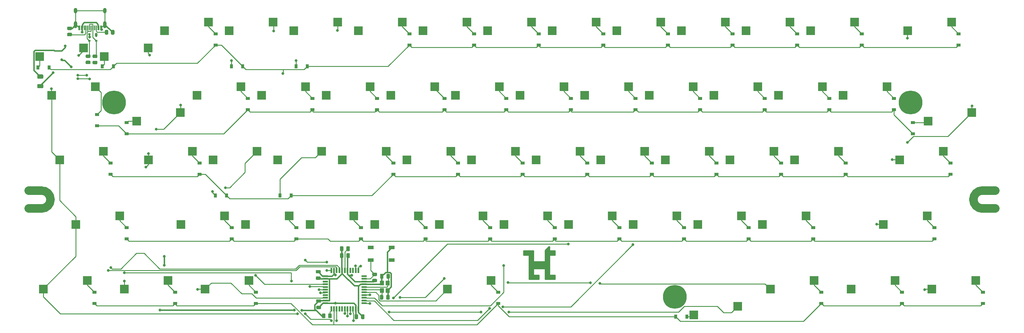
<source format=gbr>
%TF.GenerationSoftware,KiCad,Pcbnew,(5.1.10)-1*%
%TF.CreationDate,2021-08-14T15:29:17+09:00*%
%TF.ProjectId,pcb,7063622e-6b69-4636-9164-5f7063625858,rev?*%
%TF.SameCoordinates,Original*%
%TF.FileFunction,Copper,L2,Bot*%
%TF.FilePolarity,Positive*%
%FSLAX46Y46*%
G04 Gerber Fmt 4.6, Leading zero omitted, Abs format (unit mm)*
G04 Created by KiCad (PCBNEW (5.1.10)-1) date 2021-08-14 15:29:17*
%MOMM*%
%LPD*%
G01*
G04 APERTURE LIST*
%TA.AperFunction,EtchedComponent*%
%ADD10C,2.501900*%
%TD*%
%TA.AperFunction,ComponentPad*%
%ADD11C,1.000000*%
%TD*%
%TA.AperFunction,ComponentPad*%
%ADD12C,7.000240*%
%TD*%
%TA.AperFunction,ComponentPad*%
%ADD13C,7.001300*%
%TD*%
%TA.AperFunction,SMDPad,CuDef*%
%ADD14R,1.200000X1.400000*%
%TD*%
%TA.AperFunction,SMDPad,CuDef*%
%ADD15R,0.600000X1.450000*%
%TD*%
%TA.AperFunction,SMDPad,CuDef*%
%ADD16R,0.300000X1.450000*%
%TD*%
%TA.AperFunction,ComponentPad*%
%ADD17O,1.000000X2.100000*%
%TD*%
%TA.AperFunction,ComponentPad*%
%ADD18O,1.000000X1.600000*%
%TD*%
%TA.AperFunction,SMDPad,CuDef*%
%ADD19R,1.500000X0.550000*%
%TD*%
%TA.AperFunction,SMDPad,CuDef*%
%ADD20R,0.550000X1.500000*%
%TD*%
%TA.AperFunction,SMDPad,CuDef*%
%ADD21R,0.700000X1.000000*%
%TD*%
%TA.AperFunction,SMDPad,CuDef*%
%ADD22R,0.700000X0.600000*%
%TD*%
%TA.AperFunction,SMDPad,CuDef*%
%ADD23R,1.800000X1.100000*%
%TD*%
%TA.AperFunction,SMDPad,CuDef*%
%ADD24R,2.550000X2.500000*%
%TD*%
%TA.AperFunction,SMDPad,CuDef*%
%ADD25R,1.200000X0.900000*%
%TD*%
%TA.AperFunction,SMDPad,CuDef*%
%ADD26R,0.900000X1.200000*%
%TD*%
%TA.AperFunction,ViaPad*%
%ADD27C,0.800000*%
%TD*%
%TA.AperFunction,Conductor*%
%ADD28C,0.381000*%
%TD*%
%TA.AperFunction,Conductor*%
%ADD29C,0.250000*%
%TD*%
%TA.AperFunction,NonConductor*%
%ADD30C,0.254000*%
%TD*%
%TA.AperFunction,NonConductor*%
%ADD31C,0.100000*%
%TD*%
G04 APERTURE END LIST*
D10*
%TO.C,REF\u002A\u002A*%
X24251000Y-77923050D02*
X28051000Y-77923050D01*
X24251000Y-83224950D02*
X28051000Y-83224950D01*
X305451000Y-77923050D02*
X309251000Y-77923050D01*
X305451000Y-83224950D02*
X309301000Y-83224950D01*
X28051000Y-83224950D02*
G75*
G03*
X30701950Y-80574000I0J2650950D01*
G01*
X30701950Y-80574000D02*
G75*
G03*
X28051000Y-77923050I-2650950J0D01*
G01*
X302800050Y-80574000D02*
G75*
G02*
X305451000Y-77923050I2650950J0D01*
G01*
X305451000Y-83224950D02*
G75*
G02*
X302800050Y-80574000I0J2650950D01*
G01*
%TD*%
D11*
%TO.P,REF\u002A\u002A,1*%
%TO.N,N/C*%
X303612522Y-82412478D03*
X305451000Y-83174000D03*
X307493035Y-83174000D03*
X307493035Y-77974000D03*
X305451000Y-77974000D03*
X303612522Y-78735522D03*
X302851000Y-80574000D03*
X26008965Y-83174000D03*
X26008965Y-77974000D03*
X29889478Y-82412478D03*
X29889478Y-78735522D03*
X28051000Y-83174000D03*
X28051000Y-77974000D03*
X30651000Y-80574000D03*
X215951000Y-111574000D03*
X213551000Y-111574000D03*
X213551000Y-106974000D03*
X215951000Y-106974000D03*
X214751000Y-111574000D03*
X214751000Y-106974000D03*
X285501000Y-49657000D03*
X283101000Y-49674000D03*
X283101000Y-54274000D03*
X285501000Y-54274000D03*
X284301000Y-54274000D03*
X284301000Y-49674000D03*
X51077346Y-53600346D03*
X47824654Y-53600346D03*
X51077346Y-50347654D03*
X47824654Y-50347654D03*
X49451000Y-54274000D03*
X51751000Y-51974000D03*
X47151000Y-51974000D03*
X49451000Y-49674000D03*
D12*
X284301000Y-51974000D03*
X214751000Y-109274000D03*
D13*
X49451000Y-51974000D03*
%TD*%
D14*
%TO.P,Y1,4*%
%TO.N,GND*%
X130104250Y-107399000D03*
%TO.P,Y1,3*%
%TO.N,Net-(C2-Pad1)*%
X130104250Y-105199000D03*
%TO.P,Y1,2*%
%TO.N,GND*%
X128404250Y-105199000D03*
%TO.P,Y1,1*%
%TO.N,Net-(C1-Pad1)*%
X128404250Y-107399000D03*
%TD*%
D15*
%TO.P,USB1,12*%
%TO.N,GND*%
X45643000Y-29920000D03*
%TO.P,USB1,1*%
X39193000Y-29920000D03*
%TO.P,USB1,11*%
%TO.N,VCC*%
X44868000Y-29920000D03*
%TO.P,USB1,2*%
X39968000Y-29920000D03*
D16*
%TO.P,USB1,3*%
%TO.N,Net-(USB1-Pad3)*%
X40668000Y-29920000D03*
%TO.P,USB1,10*%
%TO.N,Net-(R2-Pad2)*%
X44168000Y-29920000D03*
%TO.P,USB1,4*%
%TO.N,Net-(R1-Pad2)*%
X41168000Y-29920000D03*
%TO.P,USB1,9*%
%TO.N,Net-(USB1-Pad9)*%
X43668000Y-29920000D03*
%TO.P,USB1,5*%
%TO.N,Net-(R3-Pad2)*%
X41668000Y-29920000D03*
%TO.P,USB1,8*%
%TO.N,Net-(R4-Pad2)*%
X43168000Y-29920000D03*
%TO.P,USB1,7*%
%TO.N,Net-(R3-Pad2)*%
X42668000Y-29920000D03*
%TO.P,USB1,6*%
%TO.N,Net-(R4-Pad2)*%
X42168000Y-29920000D03*
D17*
%TO.P,USB1,13*%
%TO.N,GND*%
X38098000Y-29005000D03*
X46738000Y-29005000D03*
D18*
X38098000Y-24825000D03*
X46738000Y-24825000D03*
%TD*%
D19*
%TO.P,U2,44*%
%TO.N,+5V*%
X111775000Y-103156250D03*
%TO.P,U2,43*%
%TO.N,GND*%
X111775000Y-103956250D03*
%TO.P,U2,42*%
%TO.N,Net-(U2-Pad42)*%
X111775000Y-104756250D03*
%TO.P,U2,41*%
%TO.N,col3*%
X111775000Y-105556250D03*
%TO.P,U2,40*%
%TO.N,col4*%
X111775000Y-106356250D03*
%TO.P,U2,39*%
%TO.N,row2*%
X111775000Y-107156250D03*
%TO.P,U2,38*%
%TO.N,col1*%
X111775000Y-107956250D03*
%TO.P,U2,37*%
%TO.N,Net-(U2-Pad37)*%
X111775000Y-108756250D03*
%TO.P,U2,36*%
%TO.N,col2*%
X111775000Y-109556250D03*
%TO.P,U2,35*%
%TO.N,GND*%
X111775000Y-110356250D03*
%TO.P,U2,34*%
%TO.N,+5V*%
X111775000Y-111156250D03*
D20*
%TO.P,U2,33*%
%TO.N,Net-(R6-Pad2)*%
X113475000Y-112856250D03*
%TO.P,U2,32*%
%TO.N,row4*%
X114275000Y-112856250D03*
%TO.P,U2,31*%
%TO.N,col0*%
X115075000Y-112856250D03*
%TO.P,U2,30*%
%TO.N,Net-(U2-Pad30)*%
X115875000Y-112856250D03*
%TO.P,U2,29*%
%TO.N,Net-(U2-Pad29)*%
X116675000Y-112856250D03*
%TO.P,U2,28*%
%TO.N,col13*%
X117475000Y-112856250D03*
%TO.P,U2,27*%
%TO.N,col12*%
X118275000Y-112856250D03*
%TO.P,U2,26*%
%TO.N,col11*%
X119075000Y-112856250D03*
%TO.P,U2,25*%
%TO.N,col10*%
X119875000Y-112856250D03*
%TO.P,U2,24*%
%TO.N,+5V*%
X120675000Y-112856250D03*
%TO.P,U2,23*%
%TO.N,GND*%
X121475000Y-112856250D03*
D19*
%TO.P,U2,22*%
%TO.N,col8*%
X123175000Y-111156250D03*
%TO.P,U2,21*%
%TO.N,col9*%
X123175000Y-110356250D03*
%TO.P,U2,20*%
%TO.N,col7*%
X123175000Y-109556250D03*
%TO.P,U2,19*%
%TO.N,col5*%
X123175000Y-108756250D03*
%TO.P,U2,18*%
%TO.N,col6*%
X123175000Y-107956250D03*
%TO.P,U2,17*%
%TO.N,Net-(C1-Pad1)*%
X123175000Y-107156250D03*
%TO.P,U2,16*%
%TO.N,Net-(C2-Pad1)*%
X123175000Y-106356250D03*
%TO.P,U2,15*%
%TO.N,GND*%
X123175000Y-105556250D03*
%TO.P,U2,14*%
%TO.N,+5V*%
X123175000Y-104756250D03*
%TO.P,U2,13*%
%TO.N,Net-(R5-Pad2)*%
X123175000Y-103956250D03*
%TO.P,U2,12*%
%TO.N,Net-(U2-Pad12)*%
X123175000Y-103156250D03*
D20*
%TO.P,U2,11*%
%TO.N,row3*%
X121475000Y-101456250D03*
%TO.P,U2,10*%
%TO.N,row1*%
X120675000Y-101456250D03*
%TO.P,U2,9*%
%TO.N,Net-(U2-Pad9)*%
X119875000Y-101456250D03*
%TO.P,U2,8*%
%TO.N,Net-(U2-Pad8)*%
X119075000Y-101456250D03*
%TO.P,U2,7*%
%TO.N,+5V*%
X118275000Y-101456250D03*
%TO.P,U2,6*%
%TO.N,Net-(C7-Pad1)*%
X117475000Y-101456250D03*
%TO.P,U2,5*%
%TO.N,GND*%
X116675000Y-101456250D03*
%TO.P,U2,4*%
%TO.N,D+*%
X115875000Y-101456250D03*
%TO.P,U2,3*%
%TO.N,D-*%
X115075000Y-101456250D03*
%TO.P,U2,2*%
%TO.N,+5V*%
X114275000Y-101456250D03*
%TO.P,U2,1*%
%TO.N,row0*%
X113475000Y-101456250D03*
%TD*%
D21*
%TO.P,U1,1*%
%TO.N,GND*%
X44164000Y-32013500D03*
D22*
%TO.P,U1,4*%
%TO.N,VCC*%
X42164000Y-31813500D03*
%TO.P,U1,2*%
%TO.N,Net-(R4-Pad2)*%
X44164000Y-33713500D03*
%TO.P,U1,3*%
%TO.N,Net-(R3-Pad2)*%
X42164000Y-33713500D03*
%TD*%
D23*
%TO.P,SW1,4*%
%TO.N,N/C*%
X125074750Y-94733500D03*
%TO.P,SW1,3*%
X131274750Y-98433500D03*
%TO.P,SW1,2*%
%TO.N,Net-(R5-Pad2)*%
X125074750Y-98433500D03*
%TO.P,SW1,1*%
%TO.N,GND*%
X131274750Y-94733500D03*
%TD*%
%TO.P,R6,2*%
%TO.N,Net-(R6-Pad2)*%
%TA.AperFunction,SMDPad,CuDef*%
G36*
G01*
X112572750Y-115321502D02*
X112572750Y-114421498D01*
G75*
G02*
X112822748Y-114171500I249998J0D01*
G01*
X113347752Y-114171500D01*
G75*
G02*
X113597750Y-114421498I0J-249998D01*
G01*
X113597750Y-115321502D01*
G75*
G02*
X113347752Y-115571500I-249998J0D01*
G01*
X112822748Y-115571500D01*
G75*
G02*
X112572750Y-115321502I0J249998D01*
G01*
G37*
%TD.AperFunction*%
%TO.P,R6,1*%
%TO.N,GND*%
%TA.AperFunction,SMDPad,CuDef*%
G36*
G01*
X110747750Y-115321502D02*
X110747750Y-114421498D01*
G75*
G02*
X110997748Y-114171500I249998J0D01*
G01*
X111522752Y-114171500D01*
G75*
G02*
X111772750Y-114421498I0J-249998D01*
G01*
X111772750Y-115321502D01*
G75*
G02*
X111522752Y-115571500I-249998J0D01*
G01*
X110997748Y-115571500D01*
G75*
G02*
X110747750Y-115321502I0J249998D01*
G01*
G37*
%TD.AperFunction*%
%TD*%
%TO.P,R5,2*%
%TO.N,Net-(R5-Pad2)*%
%TA.AperFunction,SMDPad,CuDef*%
G36*
G01*
X126719752Y-103168500D02*
X125819748Y-103168500D01*
G75*
G02*
X125569750Y-102918502I0J249998D01*
G01*
X125569750Y-102393498D01*
G75*
G02*
X125819748Y-102143500I249998J0D01*
G01*
X126719752Y-102143500D01*
G75*
G02*
X126969750Y-102393498I0J-249998D01*
G01*
X126969750Y-102918502D01*
G75*
G02*
X126719752Y-103168500I-249998J0D01*
G01*
G37*
%TD.AperFunction*%
%TO.P,R5,1*%
%TO.N,+5V*%
%TA.AperFunction,SMDPad,CuDef*%
G36*
G01*
X126719752Y-104993500D02*
X125819748Y-104993500D01*
G75*
G02*
X125569750Y-104743502I0J249998D01*
G01*
X125569750Y-104218498D01*
G75*
G02*
X125819748Y-103968500I249998J0D01*
G01*
X126719752Y-103968500D01*
G75*
G02*
X126969750Y-104218498I0J-249998D01*
G01*
X126969750Y-104743502D01*
G75*
G02*
X126719752Y-104993500I-249998J0D01*
G01*
G37*
%TD.AperFunction*%
%TD*%
%TO.P,R4,2*%
%TO.N,Net-(R4-Pad2)*%
%TA.AperFunction,SMDPad,CuDef*%
G36*
G01*
X44265002Y-38843000D02*
X43364998Y-38843000D01*
G75*
G02*
X43115000Y-38593002I0J249998D01*
G01*
X43115000Y-38067998D01*
G75*
G02*
X43364998Y-37818000I249998J0D01*
G01*
X44265002Y-37818000D01*
G75*
G02*
X44515000Y-38067998I0J-249998D01*
G01*
X44515000Y-38593002D01*
G75*
G02*
X44265002Y-38843000I-249998J0D01*
G01*
G37*
%TD.AperFunction*%
%TO.P,R4,1*%
%TO.N,D+*%
%TA.AperFunction,SMDPad,CuDef*%
G36*
G01*
X44265002Y-40668000D02*
X43364998Y-40668000D01*
G75*
G02*
X43115000Y-40418002I0J249998D01*
G01*
X43115000Y-39892998D01*
G75*
G02*
X43364998Y-39643000I249998J0D01*
G01*
X44265002Y-39643000D01*
G75*
G02*
X44515000Y-39892998I0J-249998D01*
G01*
X44515000Y-40418002D01*
G75*
G02*
X44265002Y-40668000I-249998J0D01*
G01*
G37*
%TD.AperFunction*%
%TD*%
%TO.P,R3,2*%
%TO.N,Net-(R3-Pad2)*%
%TA.AperFunction,SMDPad,CuDef*%
G36*
G01*
X42233002Y-38819500D02*
X41332998Y-38819500D01*
G75*
G02*
X41083000Y-38569502I0J249998D01*
G01*
X41083000Y-38044498D01*
G75*
G02*
X41332998Y-37794500I249998J0D01*
G01*
X42233002Y-37794500D01*
G75*
G02*
X42483000Y-38044498I0J-249998D01*
G01*
X42483000Y-38569502D01*
G75*
G02*
X42233002Y-38819500I-249998J0D01*
G01*
G37*
%TD.AperFunction*%
%TO.P,R3,1*%
%TO.N,D-*%
%TA.AperFunction,SMDPad,CuDef*%
G36*
G01*
X42233002Y-40644500D02*
X41332998Y-40644500D01*
G75*
G02*
X41083000Y-40394502I0J249998D01*
G01*
X41083000Y-39869498D01*
G75*
G02*
X41332998Y-39619500I249998J0D01*
G01*
X42233002Y-39619500D01*
G75*
G02*
X42483000Y-39869498I0J-249998D01*
G01*
X42483000Y-40394502D01*
G75*
G02*
X42233002Y-40644500I-249998J0D01*
G01*
G37*
%TD.AperFunction*%
%TD*%
%TO.P,R2,2*%
%TO.N,Net-(R2-Pad2)*%
%TA.AperFunction,SMDPad,CuDef*%
G36*
G01*
X47733000Y-30791998D02*
X47733000Y-31692002D01*
G75*
G02*
X47483002Y-31942000I-249998J0D01*
G01*
X46957998Y-31942000D01*
G75*
G02*
X46708000Y-31692002I0J249998D01*
G01*
X46708000Y-30791998D01*
G75*
G02*
X46957998Y-30542000I249998J0D01*
G01*
X47483002Y-30542000D01*
G75*
G02*
X47733000Y-30791998I0J-249998D01*
G01*
G37*
%TD.AperFunction*%
%TO.P,R2,1*%
%TO.N,GND*%
%TA.AperFunction,SMDPad,CuDef*%
G36*
G01*
X49558000Y-30791998D02*
X49558000Y-31692002D01*
G75*
G02*
X49308002Y-31942000I-249998J0D01*
G01*
X48782998Y-31942000D01*
G75*
G02*
X48533000Y-31692002I0J249998D01*
G01*
X48533000Y-30791998D01*
G75*
G02*
X48782998Y-30542000I249998J0D01*
G01*
X49308002Y-30542000D01*
G75*
G02*
X49558000Y-30791998I0J-249998D01*
G01*
G37*
%TD.AperFunction*%
%TD*%
%TO.P,R1,2*%
%TO.N,Net-(R1-Pad2)*%
%TA.AperFunction,SMDPad,CuDef*%
G36*
G01*
X35871998Y-31388000D02*
X36772002Y-31388000D01*
G75*
G02*
X37022000Y-31637998I0J-249998D01*
G01*
X37022000Y-32163002D01*
G75*
G02*
X36772002Y-32413000I-249998J0D01*
G01*
X35871998Y-32413000D01*
G75*
G02*
X35622000Y-32163002I0J249998D01*
G01*
X35622000Y-31637998D01*
G75*
G02*
X35871998Y-31388000I249998J0D01*
G01*
G37*
%TD.AperFunction*%
%TO.P,R1,1*%
%TO.N,GND*%
%TA.AperFunction,SMDPad,CuDef*%
G36*
G01*
X35871998Y-29563000D02*
X36772002Y-29563000D01*
G75*
G02*
X37022000Y-29812998I0J-249998D01*
G01*
X37022000Y-30338002D01*
G75*
G02*
X36772002Y-30588000I-249998J0D01*
G01*
X35871998Y-30588000D01*
G75*
G02*
X35622000Y-30338002I0J249998D01*
G01*
X35622000Y-29812998D01*
G75*
G02*
X35871998Y-29563000I249998J0D01*
G01*
G37*
%TD.AperFunction*%
%TD*%
D24*
%TO.P,MX61,2*%
%TO.N,Net-(D61-Pad2)*%
X303498250Y-104457500D03*
%TO.P,MX61,1*%
%TO.N,col13*%
X290571250Y-106997500D03*
%TD*%
%TO.P,MX60,2*%
%TO.N,Net-(D60-Pad2)*%
X289210750Y-85407500D03*
%TO.P,MX60,1*%
%TO.N,col13*%
X276283750Y-87947500D03*
%TD*%
%TO.P,MX59,2*%
%TO.N,Net-(D59-Pad2)*%
X293973250Y-66357500D03*
%TO.P,MX59,1*%
%TO.N,col13*%
X281046250Y-68897500D03*
%TD*%
%TO.P,MX58,2*%
%TO.N,Net-(D58-Pad2)*%
X289433000Y-57467500D03*
%TO.P,MX58,1*%
%TO.N,col13*%
X302360000Y-54927500D03*
%TD*%
%TO.P,MX57,2*%
%TO.N,Net-(D57-Pad2)*%
X296354500Y-28257500D03*
%TO.P,MX57,1*%
%TO.N,col13*%
X283427500Y-30797500D03*
%TD*%
%TO.P,MX56,2*%
%TO.N,Net-(D56-Pad2)*%
X279685750Y-104457500D03*
%TO.P,MX56,1*%
%TO.N,col12*%
X266758750Y-106997500D03*
%TD*%
%TO.P,MX55,2*%
%TO.N,Net-(D55-Pad2)*%
X277304500Y-47307500D03*
%TO.P,MX55,1*%
%TO.N,col12*%
X264377500Y-49847500D03*
%TD*%
%TO.P,MX54,2*%
%TO.N,Net-(D54-Pad2)*%
X267779500Y-28257500D03*
%TO.P,MX54,1*%
%TO.N,col12*%
X254852500Y-30797500D03*
%TD*%
%TO.P,MX53,2*%
%TO.N,Net-(D53-Pad2)*%
X255873250Y-104457500D03*
%TO.P,MX53,1*%
%TO.N,col11*%
X242946250Y-106997500D03*
%TD*%
%TO.P,MX52,2*%
%TO.N,Net-(D52-Pad2)*%
X253492000Y-85407500D03*
%TO.P,MX52,1*%
%TO.N,col11*%
X240565000Y-87947500D03*
%TD*%
%TO.P,MX51,2*%
%TO.N,Net-(D51-Pad2)*%
X263017000Y-66357500D03*
%TO.P,MX51,1*%
%TO.N,col11*%
X250090000Y-68897500D03*
%TD*%
%TO.P,MX50,2*%
%TO.N,Net-(D50-Pad2)*%
X258254500Y-47307500D03*
%TO.P,MX50,1*%
%TO.N,col11*%
X245327500Y-49847500D03*
%TD*%
%TO.P,MX49,2*%
%TO.N,Net-(D49-Pad2)*%
X248729500Y-28257500D03*
%TO.P,MX49,1*%
%TO.N,col11*%
X235802500Y-30797500D03*
%TD*%
%TO.P,MX48,2*%
%TO.N,Net-(D48-Pad2)*%
X220376750Y-114617500D03*
%TO.P,MX48,1*%
%TO.N,col10*%
X233303750Y-112077500D03*
%TD*%
%TO.P,MX47,2*%
%TO.N,Net-(D47-Pad2)*%
X234442000Y-85407500D03*
%TO.P,MX47,1*%
%TO.N,col10*%
X221515000Y-87947500D03*
%TD*%
%TO.P,MX46,2*%
%TO.N,Net-(D46-Pad2)*%
X243967000Y-66357500D03*
%TO.P,MX46,1*%
%TO.N,col10*%
X231040000Y-68897500D03*
%TD*%
%TO.P,MX45,2*%
%TO.N,Net-(D45-Pad2)*%
X239204500Y-47307500D03*
%TO.P,MX45,1*%
%TO.N,col10*%
X226277500Y-49847500D03*
%TD*%
%TO.P,MX44,2*%
%TO.N,Net-(D44-Pad2)*%
X229679500Y-28257500D03*
%TO.P,MX44,1*%
%TO.N,col10*%
X216752500Y-30797500D03*
%TD*%
%TO.P,MX43,2*%
%TO.N,Net-(D43-Pad2)*%
X215392000Y-85407500D03*
%TO.P,MX43,1*%
%TO.N,col9*%
X202465000Y-87947500D03*
%TD*%
%TO.P,MX42,2*%
%TO.N,Net-(D42-Pad2)*%
X224917000Y-66357500D03*
%TO.P,MX42,1*%
%TO.N,col9*%
X211990000Y-68897500D03*
%TD*%
%TO.P,MX41,2*%
%TO.N,Net-(D41-Pad2)*%
X220154500Y-47307500D03*
%TO.P,MX41,1*%
%TO.N,col9*%
X207227500Y-49847500D03*
%TD*%
%TO.P,MX40,2*%
%TO.N,Net-(D40-Pad2)*%
X210629500Y-28257500D03*
%TO.P,MX40,1*%
%TO.N,col9*%
X197702500Y-30797500D03*
%TD*%
%TO.P,MX39,2*%
%TO.N,Net-(D39-Pad2)*%
X196342000Y-85407500D03*
%TO.P,MX39,1*%
%TO.N,col8*%
X183415000Y-87947500D03*
%TD*%
%TO.P,MX38,2*%
%TO.N,Net-(D38-Pad2)*%
X205867000Y-66357500D03*
%TO.P,MX38,1*%
%TO.N,col8*%
X192940000Y-68897500D03*
%TD*%
%TO.P,MX37,2*%
%TO.N,Net-(D37-Pad2)*%
X201104500Y-47307500D03*
%TO.P,MX37,1*%
%TO.N,col8*%
X188177500Y-49847500D03*
%TD*%
%TO.P,MX36,2*%
%TO.N,Net-(D36-Pad2)*%
X191579500Y-28257500D03*
%TO.P,MX36,1*%
%TO.N,col8*%
X178652500Y-30797500D03*
%TD*%
%TO.P,MX35,2*%
%TO.N,Net-(D35-Pad2)*%
X177292000Y-85407500D03*
%TO.P,MX35,1*%
%TO.N,col7*%
X164365000Y-87947500D03*
%TD*%
%TO.P,MX34,2*%
%TO.N,Net-(D34-Pad2)*%
X186817000Y-66357500D03*
%TO.P,MX34,1*%
%TO.N,col7*%
X173890000Y-68897500D03*
%TD*%
%TO.P,MX33,2*%
%TO.N,Net-(D33-Pad2)*%
X182054500Y-47307500D03*
%TO.P,MX33,1*%
%TO.N,col7*%
X169127500Y-49847500D03*
%TD*%
%TO.P,MX32,2*%
%TO.N,Net-(D32-Pad2)*%
X172529500Y-28257500D03*
%TO.P,MX32,1*%
%TO.N,col7*%
X159602500Y-30797500D03*
%TD*%
%TO.P,MX31,2*%
%TO.N,Net-(D31-Pad2)*%
X160623250Y-104457500D03*
%TO.P,MX31,1*%
%TO.N,col6*%
X147696250Y-106997500D03*
%TD*%
%TO.P,MX30,2*%
%TO.N,Net-(D30-Pad2)*%
X158242000Y-85407500D03*
%TO.P,MX30,1*%
%TO.N,col6*%
X145315000Y-87947500D03*
%TD*%
%TO.P,MX29,2*%
%TO.N,Net-(D29-Pad2)*%
X167767000Y-66357500D03*
%TO.P,MX29,1*%
%TO.N,col6*%
X154840000Y-68897500D03*
%TD*%
%TO.P,MX28,2*%
%TO.N,Net-(D28-Pad2)*%
X163004500Y-47307500D03*
%TO.P,MX28,1*%
%TO.N,col6*%
X150077500Y-49847500D03*
%TD*%
%TO.P,MX27,2*%
%TO.N,Net-(D27-Pad2)*%
X153479500Y-28257500D03*
%TO.P,MX27,1*%
%TO.N,col6*%
X140552500Y-30797500D03*
%TD*%
%TO.P,MX26,2*%
%TO.N,Net-(D26-Pad2)*%
X139192000Y-85407500D03*
%TO.P,MX26,1*%
%TO.N,col5*%
X126265000Y-87947500D03*
%TD*%
%TO.P,MX25,2*%
%TO.N,Net-(D25-Pad2)*%
X148717000Y-66357500D03*
%TO.P,MX25,1*%
%TO.N,col5*%
X135790000Y-68897500D03*
%TD*%
%TO.P,MX24,2*%
%TO.N,Net-(D24-Pad2)*%
X143954500Y-47307500D03*
%TO.P,MX24,1*%
%TO.N,col5*%
X131027500Y-49847500D03*
%TD*%
%TO.P,MX23,2*%
%TO.N,Net-(D23-Pad2)*%
X134429500Y-28257500D03*
%TO.P,MX23,1*%
%TO.N,col5*%
X121502500Y-30797500D03*
%TD*%
%TO.P,MX22,2*%
%TO.N,Net-(D22-Pad2)*%
X120142000Y-85407500D03*
%TO.P,MX22,1*%
%TO.N,col4*%
X107215000Y-87947500D03*
%TD*%
%TO.P,MX21,2*%
%TO.N,Net-(D21-Pad2)*%
X129667000Y-66357500D03*
%TO.P,MX21,1*%
%TO.N,col4*%
X116740000Y-68897500D03*
%TD*%
%TO.P,MX20,2*%
%TO.N,Net-(D20-Pad2)*%
X124904500Y-47307500D03*
%TO.P,MX20,1*%
%TO.N,col4*%
X111977500Y-49847500D03*
%TD*%
%TO.P,MX19,2*%
%TO.N,Net-(D19-Pad2)*%
X115379500Y-28257500D03*
%TO.P,MX19,1*%
%TO.N,col4*%
X102452500Y-30797500D03*
%TD*%
%TO.P,MX18,2*%
%TO.N,Net-(D18-Pad2)*%
X101092000Y-85407500D03*
%TO.P,MX18,1*%
%TO.N,col3*%
X88165000Y-87947500D03*
%TD*%
%TO.P,MX17,2*%
%TO.N,Net-(D17-Pad2)*%
X110617000Y-66357500D03*
%TO.P,MX17,1*%
%TO.N,col3*%
X97690000Y-68897500D03*
%TD*%
%TO.P,MX16,2*%
%TO.N,Net-(D16-Pad2)*%
X105854500Y-47307500D03*
%TO.P,MX16,1*%
%TO.N,col3*%
X92927500Y-49847500D03*
%TD*%
%TO.P,MX15,2*%
%TO.N,Net-(D15-Pad2)*%
X96329500Y-28257500D03*
%TO.P,MX15,1*%
%TO.N,col3*%
X83402500Y-30797500D03*
%TD*%
%TO.P,MX14,2*%
%TO.N,Net-(D14-Pad2)*%
X89185750Y-104457500D03*
%TO.P,MX14,1*%
%TO.N,col2*%
X76258750Y-106997500D03*
%TD*%
%TO.P,MX13,2*%
%TO.N,Net-(D13-Pad2)*%
X82042000Y-85407500D03*
%TO.P,MX13,1*%
%TO.N,col2*%
X69115000Y-87947500D03*
%TD*%
%TO.P,MX12,2*%
%TO.N,Net-(D12-Pad2)*%
X91567000Y-66357500D03*
%TO.P,MX12,1*%
%TO.N,col2*%
X78640000Y-68897500D03*
%TD*%
%TO.P,MX11,2*%
%TO.N,Net-(D11-Pad2)*%
X86804500Y-47307500D03*
%TO.P,MX11,1*%
%TO.N,col2*%
X73877500Y-49847500D03*
%TD*%
%TO.P,MX10,2*%
%TO.N,Net-(D10-Pad2)*%
X77279500Y-28257500D03*
%TO.P,MX10,1*%
%TO.N,col2*%
X64352500Y-30797500D03*
%TD*%
%TO.P,MX9,2*%
%TO.N,Net-(D9-Pad2)*%
X65373250Y-104457500D03*
%TO.P,MX9,1*%
%TO.N,col1*%
X52446250Y-106997500D03*
%TD*%
%TO.P,MX8,2*%
%TO.N,Net-(D8-Pad2)*%
X72517000Y-66357500D03*
%TO.P,MX8,1*%
%TO.N,col1*%
X59590000Y-68897500D03*
%TD*%
%TO.P,MX7,2*%
%TO.N,Net-(D7-Pad2)*%
X56070500Y-57467500D03*
%TO.P,MX7,1*%
%TO.N,col1*%
X68997500Y-54927500D03*
%TD*%
%TO.P,MX6,2*%
%TO.N,Net-(D6-Pad2)*%
X46545500Y-38417500D03*
%TO.P,MX6,1*%
%TO.N,col1*%
X59472500Y-35877500D03*
%TD*%
%TO.P,MX5,2*%
%TO.N,Net-(D5-Pad2)*%
X41560750Y-104457500D03*
%TO.P,MX5,1*%
%TO.N,col0*%
X28633750Y-106997500D03*
%TD*%
%TO.P,MX4,2*%
%TO.N,Net-(D4-Pad2)*%
X51085750Y-85407500D03*
%TO.P,MX4,1*%
%TO.N,col0*%
X38158750Y-87947500D03*
%TD*%
%TO.P,MX3,2*%
%TO.N,Net-(D3-Pad2)*%
X46323250Y-66357500D03*
%TO.P,MX3,1*%
%TO.N,col0*%
X33396250Y-68897500D03*
%TD*%
%TO.P,MX2,2*%
%TO.N,Net-(D2-Pad2)*%
X43942000Y-47307500D03*
%TO.P,MX2,1*%
%TO.N,col0*%
X31015000Y-49847500D03*
%TD*%
%TO.P,MX1,2*%
%TO.N,Net-(D1-Pad2)*%
X27495500Y-38417500D03*
%TO.P,MX1,1*%
%TO.N,col0*%
X40422500Y-35877500D03*
%TD*%
%TO.P,F1,2*%
%TO.N,VCC*%
%TA.AperFunction,SMDPad,CuDef*%
G36*
G01*
X28311000Y-44945000D02*
X27061000Y-44945000D01*
G75*
G02*
X26811000Y-44695000I0J250000D01*
G01*
X26811000Y-43945000D01*
G75*
G02*
X27061000Y-43695000I250000J0D01*
G01*
X28311000Y-43695000D01*
G75*
G02*
X28561000Y-43945000I0J-250000D01*
G01*
X28561000Y-44695000D01*
G75*
G02*
X28311000Y-44945000I-250000J0D01*
G01*
G37*
%TD.AperFunction*%
%TO.P,F1,1*%
%TO.N,+5V*%
%TA.AperFunction,SMDPad,CuDef*%
G36*
G01*
X28311000Y-47745000D02*
X27061000Y-47745000D01*
G75*
G02*
X26811000Y-47495000I0J250000D01*
G01*
X26811000Y-46745000D01*
G75*
G02*
X27061000Y-46495000I250000J0D01*
G01*
X28311000Y-46495000D01*
G75*
G02*
X28561000Y-46745000I0J-250000D01*
G01*
X28561000Y-47495000D01*
G75*
G02*
X28311000Y-47745000I-250000J0D01*
G01*
G37*
%TD.AperFunction*%
%TD*%
D25*
%TO.P,D61,2*%
%TO.N,Net-(D61-Pad2)*%
X305593750Y-107887500D03*
%TO.P,D61,1*%
%TO.N,row4*%
X305593750Y-111187500D03*
%TD*%
%TO.P,D60,2*%
%TO.N,Net-(D60-Pad2)*%
X291306250Y-88837500D03*
%TO.P,D60,1*%
%TO.N,row3*%
X291306250Y-92137500D03*
%TD*%
%TO.P,D59,2*%
%TO.N,Net-(D59-Pad2)*%
X296068750Y-69787500D03*
%TO.P,D59,1*%
%TO.N,row2*%
X296068750Y-73087500D03*
%TD*%
%TO.P,D58,2*%
%TO.N,Net-(D58-Pad2)*%
X284956250Y-57881250D03*
%TO.P,D58,1*%
%TO.N,row1*%
X284956250Y-61181250D03*
%TD*%
%TO.P,D57,2*%
%TO.N,Net-(D57-Pad2)*%
X298450000Y-31687500D03*
%TO.P,D57,1*%
%TO.N,row0*%
X298450000Y-34987500D03*
%TD*%
%TO.P,D56,2*%
%TO.N,Net-(D56-Pad2)*%
X281781250Y-107887500D03*
%TO.P,D56,1*%
%TO.N,row4*%
X281781250Y-111187500D03*
%TD*%
%TO.P,D55,2*%
%TO.N,Net-(D55-Pad2)*%
X279400000Y-50737500D03*
%TO.P,D55,1*%
%TO.N,row1*%
X279400000Y-54037500D03*
%TD*%
%TO.P,D54,2*%
%TO.N,Net-(D54-Pad2)*%
X269875000Y-31687500D03*
%TO.P,D54,1*%
%TO.N,row0*%
X269875000Y-34987500D03*
%TD*%
%TO.P,D53,2*%
%TO.N,Net-(D53-Pad2)*%
X257968750Y-107887500D03*
%TO.P,D53,1*%
%TO.N,row4*%
X257968750Y-111187500D03*
%TD*%
%TO.P,D52,2*%
%TO.N,Net-(D52-Pad2)*%
X255587500Y-88837500D03*
%TO.P,D52,1*%
%TO.N,row3*%
X255587500Y-92137500D03*
%TD*%
%TO.P,D51,2*%
%TO.N,Net-(D51-Pad2)*%
X265112500Y-69787500D03*
%TO.P,D51,1*%
%TO.N,row2*%
X265112500Y-73087500D03*
%TD*%
%TO.P,D50,2*%
%TO.N,Net-(D50-Pad2)*%
X260350000Y-50737500D03*
%TO.P,D50,1*%
%TO.N,row1*%
X260350000Y-54037500D03*
%TD*%
%TO.P,D49,2*%
%TO.N,Net-(D49-Pad2)*%
X250825000Y-31687500D03*
%TO.P,D49,1*%
%TO.N,row0*%
X250825000Y-34987500D03*
%TD*%
D26*
%TO.P,D48,2*%
%TO.N,Net-(D48-Pad2)*%
X218343750Y-115093750D03*
%TO.P,D48,1*%
%TO.N,row4*%
X215043750Y-115093750D03*
%TD*%
D25*
%TO.P,D47,2*%
%TO.N,Net-(D47-Pad2)*%
X236537500Y-88837500D03*
%TO.P,D47,1*%
%TO.N,row3*%
X236537500Y-92137500D03*
%TD*%
%TO.P,D46,2*%
%TO.N,Net-(D46-Pad2)*%
X246062500Y-69787500D03*
%TO.P,D46,1*%
%TO.N,row2*%
X246062500Y-73087500D03*
%TD*%
%TO.P,D45,2*%
%TO.N,Net-(D45-Pad2)*%
X241300000Y-50737500D03*
%TO.P,D45,1*%
%TO.N,row1*%
X241300000Y-54037500D03*
%TD*%
%TO.P,D44,2*%
%TO.N,Net-(D44-Pad2)*%
X231775000Y-31687500D03*
%TO.P,D44,1*%
%TO.N,row0*%
X231775000Y-34987500D03*
%TD*%
%TO.P,D43,2*%
%TO.N,Net-(D43-Pad2)*%
X217487500Y-88837500D03*
%TO.P,D43,1*%
%TO.N,row3*%
X217487500Y-92137500D03*
%TD*%
%TO.P,D42,2*%
%TO.N,Net-(D42-Pad2)*%
X227012500Y-69787500D03*
%TO.P,D42,1*%
%TO.N,row2*%
X227012500Y-73087500D03*
%TD*%
%TO.P,D41,2*%
%TO.N,Net-(D41-Pad2)*%
X222250000Y-50737500D03*
%TO.P,D41,1*%
%TO.N,row1*%
X222250000Y-54037500D03*
%TD*%
%TO.P,D40,2*%
%TO.N,Net-(D40-Pad2)*%
X212725000Y-31687500D03*
%TO.P,D40,1*%
%TO.N,row0*%
X212725000Y-34987500D03*
%TD*%
%TO.P,D39,2*%
%TO.N,Net-(D39-Pad2)*%
X198437500Y-88837500D03*
%TO.P,D39,1*%
%TO.N,row3*%
X198437500Y-92137500D03*
%TD*%
%TO.P,D38,2*%
%TO.N,Net-(D38-Pad2)*%
X207962500Y-69787500D03*
%TO.P,D38,1*%
%TO.N,row2*%
X207962500Y-73087500D03*
%TD*%
%TO.P,D37,2*%
%TO.N,Net-(D37-Pad2)*%
X203200000Y-50737500D03*
%TO.P,D37,1*%
%TO.N,row1*%
X203200000Y-54037500D03*
%TD*%
%TO.P,D36,2*%
%TO.N,Net-(D36-Pad2)*%
X193675000Y-31687500D03*
%TO.P,D36,1*%
%TO.N,row0*%
X193675000Y-34987500D03*
%TD*%
%TO.P,D35,2*%
%TO.N,Net-(D35-Pad2)*%
X179387500Y-88837500D03*
%TO.P,D35,1*%
%TO.N,row3*%
X179387500Y-92137500D03*
%TD*%
%TO.P,D34,2*%
%TO.N,Net-(D34-Pad2)*%
X188912500Y-69787500D03*
%TO.P,D34,1*%
%TO.N,row2*%
X188912500Y-73087500D03*
%TD*%
%TO.P,D33,2*%
%TO.N,Net-(D33-Pad2)*%
X184150000Y-50737500D03*
%TO.P,D33,1*%
%TO.N,row1*%
X184150000Y-54037500D03*
%TD*%
%TO.P,D32,2*%
%TO.N,Net-(D32-Pad2)*%
X174625000Y-31687500D03*
%TO.P,D32,1*%
%TO.N,row0*%
X174625000Y-34987500D03*
%TD*%
%TO.P,D31,2*%
%TO.N,Net-(D31-Pad2)*%
X162718750Y-107887500D03*
%TO.P,D31,1*%
%TO.N,row4*%
X162718750Y-111187500D03*
%TD*%
%TO.P,D30,2*%
%TO.N,Net-(D30-Pad2)*%
X160337500Y-88837500D03*
%TO.P,D30,1*%
%TO.N,row3*%
X160337500Y-92137500D03*
%TD*%
%TO.P,D29,2*%
%TO.N,Net-(D29-Pad2)*%
X169862500Y-69787500D03*
%TO.P,D29,1*%
%TO.N,row2*%
X169862500Y-73087500D03*
%TD*%
%TO.P,D28,2*%
%TO.N,Net-(D28-Pad2)*%
X165100000Y-50737500D03*
%TO.P,D28,1*%
%TO.N,row1*%
X165100000Y-54037500D03*
%TD*%
%TO.P,D27,2*%
%TO.N,Net-(D27-Pad2)*%
X155575000Y-31687500D03*
%TO.P,D27,1*%
%TO.N,row0*%
X155575000Y-34987500D03*
%TD*%
%TO.P,D26,2*%
%TO.N,Net-(D26-Pad2)*%
X141287500Y-88837500D03*
%TO.P,D26,1*%
%TO.N,row3*%
X141287500Y-92137500D03*
%TD*%
%TO.P,D25,2*%
%TO.N,Net-(D25-Pad2)*%
X150812500Y-69787500D03*
%TO.P,D25,1*%
%TO.N,row2*%
X150812500Y-73087500D03*
%TD*%
%TO.P,D24,2*%
%TO.N,Net-(D24-Pad2)*%
X146843750Y-50737500D03*
%TO.P,D24,1*%
%TO.N,row1*%
X146843750Y-54037500D03*
%TD*%
%TO.P,D23,2*%
%TO.N,Net-(D23-Pad2)*%
X136525000Y-31687500D03*
%TO.P,D23,1*%
%TO.N,row0*%
X136525000Y-34987500D03*
%TD*%
%TO.P,D22,2*%
%TO.N,Net-(D22-Pad2)*%
X122237500Y-88837500D03*
%TO.P,D22,1*%
%TO.N,row3*%
X122237500Y-92137500D03*
%TD*%
%TO.P,D21,2*%
%TO.N,Net-(D21-Pad2)*%
X131762500Y-69787500D03*
%TO.P,D21,1*%
%TO.N,row2*%
X131762500Y-73087500D03*
%TD*%
%TO.P,D20,2*%
%TO.N,Net-(D20-Pad2)*%
X127000000Y-50737500D03*
%TO.P,D20,1*%
%TO.N,row1*%
X127000000Y-54037500D03*
%TD*%
D26*
%TO.P,D19,2*%
%TO.N,Net-(D19-Pad2)*%
X103125000Y-41275000D03*
%TO.P,D19,1*%
%TO.N,row0*%
X106425000Y-41275000D03*
%TD*%
D25*
%TO.P,D18,2*%
%TO.N,Net-(D18-Pad2)*%
X103187500Y-88837500D03*
%TO.P,D18,1*%
%TO.N,row3*%
X103187500Y-92137500D03*
%TD*%
D26*
%TO.P,D17,2*%
%TO.N,Net-(D17-Pad2)*%
X98362500Y-79375000D03*
%TO.P,D17,1*%
%TO.N,row2*%
X101662500Y-79375000D03*
%TD*%
D25*
%TO.P,D16,2*%
%TO.N,Net-(D16-Pad2)*%
X107950000Y-50737500D03*
%TO.P,D16,1*%
%TO.N,row1*%
X107950000Y-54037500D03*
%TD*%
D26*
%TO.P,D15,2*%
%TO.N,Net-(D15-Pad2)*%
X84075000Y-41275000D03*
%TO.P,D15,1*%
%TO.N,row0*%
X87375000Y-41275000D03*
%TD*%
D25*
%TO.P,D14,2*%
%TO.N,Net-(D14-Pad2)*%
X91281250Y-107887500D03*
%TO.P,D14,1*%
%TO.N,row4*%
X91281250Y-111187500D03*
%TD*%
%TO.P,D13,2*%
%TO.N,Net-(D13-Pad2)*%
X84137500Y-88837500D03*
%TO.P,D13,1*%
%TO.N,row3*%
X84137500Y-92137500D03*
%TD*%
D26*
%TO.P,D12,2*%
%TO.N,Net-(D12-Pad2)*%
X79312500Y-79375000D03*
%TO.P,D12,1*%
%TO.N,row2*%
X82612500Y-79375000D03*
%TD*%
D25*
%TO.P,D11,2*%
%TO.N,Net-(D11-Pad2)*%
X88900000Y-50737500D03*
%TO.P,D11,1*%
%TO.N,row1*%
X88900000Y-54037500D03*
%TD*%
%TO.P,D10,2*%
%TO.N,Net-(D10-Pad2)*%
X79375000Y-31687500D03*
%TO.P,D10,1*%
%TO.N,row0*%
X79375000Y-34987500D03*
%TD*%
%TO.P,D9,2*%
%TO.N,Net-(D9-Pad2)*%
X67468750Y-107887500D03*
%TO.P,D9,1*%
%TO.N,row4*%
X67468750Y-111187500D03*
%TD*%
%TO.P,D8,2*%
%TO.N,Net-(D8-Pad2)*%
X74612500Y-69787500D03*
%TO.P,D8,1*%
%TO.N,row2*%
X74612500Y-73087500D03*
%TD*%
%TO.P,D7,2*%
%TO.N,Net-(D7-Pad2)*%
X53181250Y-57881250D03*
%TO.P,D7,1*%
%TO.N,row1*%
X53181250Y-61181250D03*
%TD*%
D26*
%TO.P,D6,2*%
%TO.N,Net-(D6-Pad2)*%
X45975000Y-41275000D03*
%TO.P,D6,1*%
%TO.N,row0*%
X49275000Y-41275000D03*
%TD*%
D25*
%TO.P,D5,2*%
%TO.N,Net-(D5-Pad2)*%
X43656250Y-107887500D03*
%TO.P,D5,1*%
%TO.N,row4*%
X43656250Y-111187500D03*
%TD*%
%TO.P,D4,2*%
%TO.N,Net-(D4-Pad2)*%
X53181250Y-88837500D03*
%TO.P,D4,1*%
%TO.N,row3*%
X53181250Y-92137500D03*
%TD*%
%TO.P,D3,2*%
%TO.N,Net-(D3-Pad2)*%
X48418750Y-69787500D03*
%TO.P,D3,1*%
%TO.N,row2*%
X48418750Y-73087500D03*
%TD*%
%TO.P,D2,2*%
%TO.N,Net-(D2-Pad2)*%
X44450000Y-55500000D03*
%TO.P,D2,1*%
%TO.N,row1*%
X44450000Y-58800000D03*
%TD*%
D26*
%TO.P,D1,2*%
%TO.N,Net-(D1-Pad2)*%
X26987500Y-41656000D03*
%TO.P,D1,1*%
%TO.N,row0*%
X30287500Y-41656000D03*
%TD*%
%TO.P,C7,2*%
%TO.N,GND*%
%TA.AperFunction,SMDPad,CuDef*%
G36*
G01*
X117056750Y-94584500D02*
X117056750Y-95534500D01*
G75*
G02*
X116806750Y-95784500I-250000J0D01*
G01*
X116306750Y-95784500D01*
G75*
G02*
X116056750Y-95534500I0J250000D01*
G01*
X116056750Y-94584500D01*
G75*
G02*
X116306750Y-94334500I250000J0D01*
G01*
X116806750Y-94334500D01*
G75*
G02*
X117056750Y-94584500I0J-250000D01*
G01*
G37*
%TD.AperFunction*%
%TO.P,C7,1*%
%TO.N,Net-(C7-Pad1)*%
%TA.AperFunction,SMDPad,CuDef*%
G36*
G01*
X118956750Y-94584500D02*
X118956750Y-95534500D01*
G75*
G02*
X118706750Y-95784500I-250000J0D01*
G01*
X118206750Y-95784500D01*
G75*
G02*
X117956750Y-95534500I0J250000D01*
G01*
X117956750Y-94584500D01*
G75*
G02*
X118206750Y-94334500I250000J0D01*
G01*
X118706750Y-94334500D01*
G75*
G02*
X118956750Y-94584500I0J-250000D01*
G01*
G37*
%TD.AperFunction*%
%TD*%
%TO.P,C6,2*%
%TO.N,GND*%
%TA.AperFunction,SMDPad,CuDef*%
G36*
G01*
X122274750Y-115600500D02*
X122274750Y-114650500D01*
G75*
G02*
X122524750Y-114400500I250000J0D01*
G01*
X123024750Y-114400500D01*
G75*
G02*
X123274750Y-114650500I0J-250000D01*
G01*
X123274750Y-115600500D01*
G75*
G02*
X123024750Y-115850500I-250000J0D01*
G01*
X122524750Y-115850500D01*
G75*
G02*
X122274750Y-115600500I0J250000D01*
G01*
G37*
%TD.AperFunction*%
%TO.P,C6,1*%
%TO.N,+5V*%
%TA.AperFunction,SMDPad,CuDef*%
G36*
G01*
X120374750Y-115600500D02*
X120374750Y-114650500D01*
G75*
G02*
X120624750Y-114400500I250000J0D01*
G01*
X121124750Y-114400500D01*
G75*
G02*
X121374750Y-114650500I0J-250000D01*
G01*
X121374750Y-115600500D01*
G75*
G02*
X121124750Y-115850500I-250000J0D01*
G01*
X120624750Y-115850500D01*
G75*
G02*
X120374750Y-115600500I0J250000D01*
G01*
G37*
%TD.AperFunction*%
%TD*%
%TO.P,C5,2*%
%TO.N,GND*%
%TA.AperFunction,SMDPad,CuDef*%
G36*
G01*
X117056750Y-96616500D02*
X117056750Y-97566500D01*
G75*
G02*
X116806750Y-97816500I-250000J0D01*
G01*
X116306750Y-97816500D01*
G75*
G02*
X116056750Y-97566500I0J250000D01*
G01*
X116056750Y-96616500D01*
G75*
G02*
X116306750Y-96366500I250000J0D01*
G01*
X116806750Y-96366500D01*
G75*
G02*
X117056750Y-96616500I0J-250000D01*
G01*
G37*
%TD.AperFunction*%
%TO.P,C5,1*%
%TO.N,+5V*%
%TA.AperFunction,SMDPad,CuDef*%
G36*
G01*
X118956750Y-96616500D02*
X118956750Y-97566500D01*
G75*
G02*
X118706750Y-97816500I-250000J0D01*
G01*
X118206750Y-97816500D01*
G75*
G02*
X117956750Y-97566500I0J250000D01*
G01*
X117956750Y-96616500D01*
G75*
G02*
X118206750Y-96366500I250000J0D01*
G01*
X118706750Y-96366500D01*
G75*
G02*
X118956750Y-96616500I0J-250000D01*
G01*
G37*
%TD.AperFunction*%
%TD*%
%TO.P,C4,2*%
%TO.N,GND*%
%TA.AperFunction,SMDPad,CuDef*%
G36*
G01*
X109157750Y-103256500D02*
X110107750Y-103256500D01*
G75*
G02*
X110357750Y-103506500I0J-250000D01*
G01*
X110357750Y-104006500D01*
G75*
G02*
X110107750Y-104256500I-250000J0D01*
G01*
X109157750Y-104256500D01*
G75*
G02*
X108907750Y-104006500I0J250000D01*
G01*
X108907750Y-103506500D01*
G75*
G02*
X109157750Y-103256500I250000J0D01*
G01*
G37*
%TD.AperFunction*%
%TO.P,C4,1*%
%TO.N,+5V*%
%TA.AperFunction,SMDPad,CuDef*%
G36*
G01*
X109157750Y-101356500D02*
X110107750Y-101356500D01*
G75*
G02*
X110357750Y-101606500I0J-250000D01*
G01*
X110357750Y-102106500D01*
G75*
G02*
X110107750Y-102356500I-250000J0D01*
G01*
X109157750Y-102356500D01*
G75*
G02*
X108907750Y-102106500I0J250000D01*
G01*
X108907750Y-101606500D01*
G75*
G02*
X109157750Y-101356500I250000J0D01*
G01*
G37*
%TD.AperFunction*%
%TD*%
%TO.P,C3,2*%
%TO.N,GND*%
%TA.AperFunction,SMDPad,CuDef*%
G36*
G01*
X110234750Y-110992500D02*
X109284750Y-110992500D01*
G75*
G02*
X109034750Y-110742500I0J250000D01*
G01*
X109034750Y-110242500D01*
G75*
G02*
X109284750Y-109992500I250000J0D01*
G01*
X110234750Y-109992500D01*
G75*
G02*
X110484750Y-110242500I0J-250000D01*
G01*
X110484750Y-110742500D01*
G75*
G02*
X110234750Y-110992500I-250000J0D01*
G01*
G37*
%TD.AperFunction*%
%TO.P,C3,1*%
%TO.N,+5V*%
%TA.AperFunction,SMDPad,CuDef*%
G36*
G01*
X110234750Y-112892500D02*
X109284750Y-112892500D01*
G75*
G02*
X109034750Y-112642500I0J250000D01*
G01*
X109034750Y-112142500D01*
G75*
G02*
X109284750Y-111892500I250000J0D01*
G01*
X110234750Y-111892500D01*
G75*
G02*
X110484750Y-112142500I0J-250000D01*
G01*
X110484750Y-112642500D01*
G75*
G02*
X110234750Y-112892500I-250000J0D01*
G01*
G37*
%TD.AperFunction*%
%TD*%
%TO.P,C2,2*%
%TO.N,GND*%
%TA.AperFunction,SMDPad,CuDef*%
G36*
G01*
X128867750Y-102712500D02*
X128867750Y-103662500D01*
G75*
G02*
X128617750Y-103912500I-250000J0D01*
G01*
X128117750Y-103912500D01*
G75*
G02*
X127867750Y-103662500I0J250000D01*
G01*
X127867750Y-102712500D01*
G75*
G02*
X128117750Y-102462500I250000J0D01*
G01*
X128617750Y-102462500D01*
G75*
G02*
X128867750Y-102712500I0J-250000D01*
G01*
G37*
%TD.AperFunction*%
%TO.P,C2,1*%
%TO.N,Net-(C2-Pad1)*%
%TA.AperFunction,SMDPad,CuDef*%
G36*
G01*
X130767750Y-102712500D02*
X130767750Y-103662500D01*
G75*
G02*
X130517750Y-103912500I-250000J0D01*
G01*
X130017750Y-103912500D01*
G75*
G02*
X129767750Y-103662500I0J250000D01*
G01*
X129767750Y-102712500D01*
G75*
G02*
X130017750Y-102462500I250000J0D01*
G01*
X130517750Y-102462500D01*
G75*
G02*
X130767750Y-102712500I0J-250000D01*
G01*
G37*
%TD.AperFunction*%
%TD*%
%TO.P,C1,2*%
%TO.N,GND*%
%TA.AperFunction,SMDPad,CuDef*%
G36*
G01*
X129704250Y-109885500D02*
X129704250Y-108935500D01*
G75*
G02*
X129954250Y-108685500I250000J0D01*
G01*
X130454250Y-108685500D01*
G75*
G02*
X130704250Y-108935500I0J-250000D01*
G01*
X130704250Y-109885500D01*
G75*
G02*
X130454250Y-110135500I-250000J0D01*
G01*
X129954250Y-110135500D01*
G75*
G02*
X129704250Y-109885500I0J250000D01*
G01*
G37*
%TD.AperFunction*%
%TO.P,C1,1*%
%TO.N,Net-(C1-Pad1)*%
%TA.AperFunction,SMDPad,CuDef*%
G36*
G01*
X127804250Y-109885500D02*
X127804250Y-108935500D01*
G75*
G02*
X128054250Y-108685500I250000J0D01*
G01*
X128554250Y-108685500D01*
G75*
G02*
X128804250Y-108935500I0J-250000D01*
G01*
X128804250Y-109885500D01*
G75*
G02*
X128554250Y-110135500I-250000J0D01*
G01*
X128054250Y-110135500D01*
G75*
G02*
X127804250Y-109885500I0J250000D01*
G01*
G37*
%TD.AperFunction*%
%TD*%
D27*
%TO.N,GND*%
X45768002Y-30463499D03*
X44164000Y-32013500D03*
X64235997Y-97308003D03*
X64262000Y-99949000D03*
X62992000Y-113157000D03*
X102597259Y-113201741D03*
X104775000Y-113284000D03*
%TO.N,+5V*%
X114712750Y-102806500D03*
X119538750Y-102933500D03*
X114680500Y-111156250D03*
X36830000Y-41475001D03*
X109759750Y-112392500D03*
X31496000Y-43180000D03*
X34036000Y-39370000D03*
%TO.N,row0*%
X99187000Y-43434000D03*
X105791000Y-98425000D03*
X112141000Y-99060000D03*
X112141000Y-101473000D03*
%TO.N,row1*%
X126713750Y-54323750D03*
X120650000Y-100106248D03*
%TO.N,row2*%
X101662500Y-79375000D03*
X109855000Y-107188000D03*
%TO.N,row3*%
X122237500Y-92137500D03*
X122174000Y-100203000D03*
%TO.N,Net-(D12-Pad2)*%
X82296000Y-77089000D03*
X78486000Y-78232000D03*
%TO.N,Net-(D15-Pad2)*%
X84074000Y-39624000D03*
X96520000Y-30861000D03*
%TO.N,Net-(D19-Pad2)*%
X115316000Y-30734000D03*
X103124000Y-39624000D03*
%TO.N,VCC*%
X42213999Y-32639000D03*
X40005000Y-31242000D03*
X35031161Y-35302147D03*
%TO.N,col0*%
X38989000Y-38100000D03*
X30988000Y-47879000D03*
X103505000Y-114300000D03*
X105791000Y-114300000D03*
X113478268Y-116276282D03*
X115025000Y-116332000D03*
%TO.N,col1*%
X59944000Y-37973000D03*
X69088000Y-52705000D03*
X61849000Y-59817000D03*
X59563000Y-67056000D03*
X58801000Y-70993000D03*
X52451000Y-104648000D03*
X52451000Y-102198000D03*
X101727000Y-104648000D03*
X110302214Y-108082429D03*
%TO.N,col2*%
X74041000Y-107061000D03*
X69115000Y-87947500D03*
X78640000Y-68897500D03*
X73877500Y-49847500D03*
X64352500Y-30797500D03*
%TO.N,col3*%
X88138000Y-88011000D03*
X97690000Y-68897500D03*
X92927500Y-49847500D03*
X83402500Y-30797500D03*
X91186000Y-102923000D03*
%TO.N,col4*%
X102616000Y-30861000D03*
X111977500Y-49847500D03*
X116740000Y-68897500D03*
X107215000Y-87947500D03*
X107188000Y-106262000D03*
%TO.N,col5*%
X121666000Y-30861000D03*
X131027500Y-49847500D03*
X135790000Y-68897500D03*
X126265000Y-87947500D03*
X124841000Y-108712000D03*
%TO.N,col6*%
X147574000Y-107188000D03*
X145315000Y-87947500D03*
X154840000Y-68897500D03*
X150077500Y-49847500D03*
X140552500Y-30797500D03*
%TO.N,col7*%
X159639000Y-30861000D03*
X169127500Y-49847500D03*
X173890000Y-68897500D03*
X164365000Y-87947500D03*
X164338000Y-100076000D03*
%TO.N,col8*%
X178562000Y-30734000D03*
X188177500Y-49847500D03*
X192940000Y-68897500D03*
X183415000Y-87947500D03*
X183388000Y-93726000D03*
X131826000Y-109601000D03*
X124841000Y-111215000D03*
%TO.N,col9*%
X197739000Y-30861000D03*
X207227500Y-49847500D03*
X211990000Y-68897500D03*
X202465000Y-87947500D03*
X202438000Y-93853000D03*
X164025153Y-112199847D03*
X160147000Y-112649000D03*
%TO.N,col10*%
X216662000Y-30734000D03*
X226277500Y-49847500D03*
X231040000Y-68897500D03*
X221515000Y-87947500D03*
X233303750Y-112077500D03*
X165862000Y-113792000D03*
X157607000Y-113792000D03*
X130497153Y-113723847D03*
X120015000Y-116332000D03*
%TO.N,col11*%
X242951000Y-107061000D03*
X240565000Y-87947500D03*
X250090000Y-68897500D03*
X245327500Y-49847500D03*
X235802500Y-30797500D03*
X192659000Y-105283000D03*
X189865000Y-105156000D03*
X165608000Y-105029000D03*
X146812000Y-103886000D03*
X133731000Y-109474000D03*
X119126000Y-114300000D03*
%TO.N,col12*%
X254889000Y-30861000D03*
X264377500Y-49847500D03*
X266758750Y-106997500D03*
X118237000Y-114935000D03*
%TO.N,col13*%
X288417000Y-107188000D03*
X274320000Y-87884000D03*
X278892000Y-68834000D03*
X283337000Y-63754000D03*
X302387000Y-52959000D03*
X283337000Y-33020000D03*
X117475000Y-114206252D03*
%TO.N,D-*%
X41783000Y-40132000D03*
X41402000Y-43942000D03*
X38735000Y-43942000D03*
X47752000Y-101473000D03*
%TO.N,D+*%
X48477000Y-100640949D03*
X38747651Y-44954654D03*
X42248689Y-45000311D03*
X43815000Y-40155500D03*
%TD*%
D28*
%TO.N,GND*%
X130104250Y-107399000D02*
X130104250Y-107671500D01*
X130104250Y-107399000D02*
X130059250Y-107399000D01*
X130204250Y-107544000D02*
X130204250Y-109410500D01*
X130059250Y-107399000D02*
X130204250Y-107544000D01*
X128404250Y-104896098D02*
X128404250Y-105199000D01*
X128367750Y-105162500D02*
X128404250Y-105199000D01*
X128367750Y-103187500D02*
X128367750Y-105162500D01*
X129483260Y-102071990D02*
X128367750Y-103187500D01*
X131158260Y-102447190D02*
X130783060Y-102071990D01*
X131158260Y-106344990D02*
X131158260Y-102447190D01*
X130104250Y-107399000D02*
X131158260Y-106344990D01*
X121475000Y-106125250D02*
X121475000Y-112856250D01*
X123175000Y-105556250D02*
X122044000Y-105556250D01*
X116675000Y-102384152D02*
X116675000Y-101456250D01*
X115102902Y-103956250D02*
X116675000Y-102384152D01*
X116675000Y-102384152D02*
X120272348Y-105981500D01*
X120272348Y-105981500D02*
X121618750Y-105981500D01*
X121658250Y-105942000D02*
X121475000Y-106125250D01*
X121618750Y-105981500D02*
X121658250Y-105942000D01*
X122044000Y-105556250D02*
X121658250Y-105942000D01*
D29*
X38098000Y-29005000D02*
X38098000Y-24825000D01*
X38848000Y-24825000D02*
X46738000Y-24825000D01*
X38098000Y-24825000D02*
X38848000Y-24825000D01*
X46738000Y-24825000D02*
X46738000Y-29005000D01*
X46558000Y-29005000D02*
X45643000Y-29920000D01*
X46738000Y-29005000D02*
X46558000Y-29005000D01*
X38278000Y-29005000D02*
X39193000Y-29920000D01*
X38098000Y-29005000D02*
X38278000Y-29005000D01*
D28*
X44164000Y-32013500D02*
X44164000Y-32376500D01*
X37027500Y-30075500D02*
X38098000Y-29005000D01*
X36322000Y-30075500D02*
X37027500Y-30075500D01*
X48975000Y-31242000D02*
X46738000Y-29005000D01*
X49045500Y-31242000D02*
X48975000Y-31242000D01*
X109896000Y-110356250D02*
X109759750Y-110492500D01*
X111775000Y-110356250D02*
X109896000Y-110356250D01*
X109832500Y-103956250D02*
X109632750Y-103756500D01*
X111775000Y-103956250D02*
X109832500Y-103956250D01*
X121475000Y-113825750D02*
X122774750Y-115125500D01*
X121475000Y-112856250D02*
X121475000Y-113825750D01*
X112928000Y-110334250D02*
X112928000Y-103956250D01*
X112906000Y-110356250D02*
X112928000Y-110334250D01*
X111775000Y-110356250D02*
X112906000Y-110356250D01*
X112928000Y-103956250D02*
X115102902Y-103956250D01*
X111775000Y-103956250D02*
X112928000Y-103956250D01*
X116556750Y-101338000D02*
X116675000Y-101456250D01*
X116556750Y-97091500D02*
X116556750Y-101338000D01*
X116556750Y-95059500D02*
X116556750Y-97091500D01*
X110607930Y-114871500D02*
X111260250Y-114871500D01*
X108644240Y-111608010D02*
X108644240Y-112907810D01*
X109759750Y-110492500D02*
X108644240Y-111608010D01*
X128047000Y-105556250D02*
X128404250Y-105199000D01*
X123175000Y-105556250D02*
X128047000Y-105556250D01*
X129984249Y-101940981D02*
X129853240Y-102071990D01*
X129984249Y-96024001D02*
X129984249Y-101940981D01*
X129853240Y-102071990D02*
X129483260Y-102071990D01*
X131274750Y-94733500D02*
X129984249Y-96024001D01*
X130783060Y-102071990D02*
X129853240Y-102071990D01*
X45643000Y-30338497D02*
X45768002Y-30463499D01*
X45643000Y-29920000D02*
X45643000Y-30338497D01*
X64235997Y-99922997D02*
X64262000Y-99949000D01*
X64235997Y-97308003D02*
X64235997Y-99922997D01*
X102552518Y-113157000D02*
X102597259Y-113201741D01*
X62992000Y-113157000D02*
X102552518Y-113157000D01*
X108966000Y-113284000D02*
X108993215Y-113256785D01*
X104775000Y-113284000D02*
X108966000Y-113284000D01*
X108993215Y-113256785D02*
X110607930Y-114871500D01*
X108644240Y-112907810D02*
X108993215Y-113256785D01*
D29*
%TO.N,Net-(C1-Pad1)*%
X128404250Y-109310500D02*
X128304250Y-109410500D01*
X128404250Y-107399000D02*
X128404250Y-109310500D01*
X128161500Y-107156250D02*
X128404250Y-107399000D01*
X123175000Y-107156250D02*
X128161500Y-107156250D01*
%TO.N,Net-(C2-Pad1)*%
X130104250Y-106149000D02*
X129897000Y-106356250D01*
X130104250Y-105199000D02*
X130104250Y-106149000D01*
X130267750Y-105035500D02*
X130104250Y-105199000D01*
X130267750Y-103187500D02*
X130267750Y-105035500D01*
X129897000Y-106356250D02*
X127787500Y-106356250D01*
X127787500Y-106356250D02*
X123175000Y-106356250D01*
X127992000Y-106356250D02*
X127787500Y-106356250D01*
D28*
%TO.N,+5V*%
X113706000Y-103156250D02*
X111775000Y-103156250D01*
X114275000Y-102587250D02*
X113706000Y-103156250D01*
X114275000Y-101456250D02*
X114275000Y-102587250D01*
X120675000Y-111725250D02*
X120675000Y-112856250D01*
X120106000Y-111156250D02*
X120675000Y-111725250D01*
X120444000Y-104756250D02*
X123175000Y-104756250D01*
X118275000Y-102587250D02*
X120444000Y-104756250D01*
X118275000Y-101456250D02*
X118275000Y-102587250D01*
X114493500Y-102587250D02*
X114712750Y-102806500D01*
X114275000Y-102587250D02*
X114493500Y-102587250D01*
X110996000Y-111156250D02*
X109759750Y-112392500D01*
X111775000Y-111156250D02*
X110996000Y-111156250D01*
X110932500Y-103156250D02*
X109632750Y-101856500D01*
X111775000Y-103156250D02*
X110932500Y-103156250D01*
X120675000Y-114925750D02*
X120874750Y-115125500D01*
X120675000Y-112856250D02*
X120675000Y-114925750D01*
X118621250Y-102933500D02*
X119538750Y-102933500D01*
X118275000Y-102587250D02*
X118621250Y-102933500D01*
X114680500Y-111156250D02*
X120106000Y-111156250D01*
X111775000Y-111156250D02*
X114680500Y-111156250D01*
X118275000Y-97273250D02*
X118275000Y-101456250D01*
X118456750Y-97091500D02*
X118275000Y-97273250D01*
X125994500Y-104756250D02*
X123175000Y-104756250D01*
X126269750Y-104481000D02*
X125994500Y-104756250D01*
X34036000Y-39500000D02*
X34036000Y-39497000D01*
X34854999Y-39500000D02*
X36830000Y-41475001D01*
X34036000Y-39500000D02*
X34854999Y-39500000D01*
X27686000Y-46990000D02*
X31496000Y-43180000D01*
X27686000Y-47120000D02*
X27686000Y-46990000D01*
D29*
%TO.N,Net-(C7-Pad1)*%
X117475000Y-96041250D02*
X117475000Y-101456250D01*
X118456750Y-95059500D02*
X117475000Y-96041250D01*
%TO.N,Net-(D1-Pad2)*%
X27495500Y-41148000D02*
X26987500Y-41656000D01*
X27495500Y-38417500D02*
X27495500Y-41148000D01*
%TO.N,row0*%
X48349999Y-42200001D02*
X49275000Y-41275000D01*
X30831501Y-42200001D02*
X48349999Y-42200001D01*
X30287500Y-41656000D02*
X30831501Y-42200001D01*
X74012501Y-40349999D02*
X79375000Y-34987500D01*
X50200001Y-40349999D02*
X74012501Y-40349999D01*
X49275000Y-41275000D02*
X50200001Y-40349999D01*
X81087500Y-34987500D02*
X87375000Y-41275000D01*
X79375000Y-34987500D02*
X81087500Y-34987500D01*
X105499999Y-42200001D02*
X106425000Y-41275000D01*
X87375000Y-41275000D02*
X88300001Y-42200001D01*
X130237500Y-41275000D02*
X136525000Y-34987500D01*
X106425000Y-41275000D02*
X130237500Y-41275000D01*
X154906099Y-35656401D02*
X155575000Y-34987500D01*
X137193901Y-35656401D02*
X154906099Y-35656401D01*
X136525000Y-34987500D02*
X137193901Y-35656401D01*
X155575000Y-34987500D02*
X155575000Y-35052000D01*
X173956099Y-35656401D02*
X174625000Y-34987500D01*
X156179401Y-35656401D02*
X173956099Y-35656401D01*
X155575000Y-35052000D02*
X156179401Y-35656401D01*
X174625000Y-34987500D02*
X174625000Y-35179000D01*
X175102401Y-35656401D02*
X193006099Y-35656401D01*
X193006099Y-35656401D02*
X193675000Y-34987500D01*
X174625000Y-35179000D02*
X175102401Y-35656401D01*
X212025500Y-35687000D02*
X212725000Y-34987500D01*
X194183000Y-35687000D02*
X212025500Y-35687000D01*
X193675000Y-35179000D02*
X194183000Y-35687000D01*
X193675000Y-34987500D02*
X193675000Y-35179000D01*
X231106099Y-35656401D02*
X231775000Y-34987500D01*
X213393901Y-35656401D02*
X231106099Y-35656401D01*
X212725000Y-34987500D02*
X213393901Y-35656401D01*
X250156099Y-35656401D02*
X250825000Y-34987500D01*
X232443901Y-35656401D02*
X250156099Y-35656401D01*
X231775000Y-34987500D02*
X232443901Y-35656401D01*
X269206099Y-35656401D02*
X269875000Y-34987500D01*
X251493901Y-35656401D02*
X269206099Y-35656401D01*
X250825000Y-34987500D02*
X251493901Y-35656401D01*
X297781099Y-35656401D02*
X298450000Y-34987500D01*
X270543901Y-35656401D02*
X297781099Y-35656401D01*
X269875000Y-34987500D02*
X270543901Y-35656401D01*
X99277999Y-43343001D02*
X99187000Y-43434000D01*
X99277999Y-42200001D02*
X99277999Y-43343001D01*
X88300001Y-42200001D02*
X99277999Y-42200001D01*
X99277999Y-42200001D02*
X105499999Y-42200001D01*
X106426000Y-99060000D02*
X112141000Y-99060000D01*
X105791000Y-98425000D02*
X106426000Y-99060000D01*
X113458250Y-101473000D02*
X113475000Y-101456250D01*
X112141000Y-101473000D02*
X113458250Y-101473000D01*
%TO.N,Net-(D2-Pad2)*%
X45625349Y-54324651D02*
X44450000Y-55500000D01*
X45625349Y-48990849D02*
X45625349Y-54324651D01*
X43942000Y-47307500D02*
X45625349Y-48990849D01*
%TO.N,row1*%
X50800000Y-58800000D02*
X53181250Y-61181250D01*
X44450000Y-58800000D02*
X50800000Y-58800000D01*
X81756250Y-61181250D02*
X88900000Y-54037500D01*
X53181250Y-61181250D02*
X81756250Y-61181250D01*
X107281099Y-54706401D02*
X107950000Y-54037500D01*
X89568901Y-54706401D02*
X107281099Y-54706401D01*
X88900000Y-54037500D02*
X89568901Y-54706401D01*
X107950000Y-54037500D02*
X107950000Y-54483000D01*
X108173401Y-54706401D02*
X126331099Y-54706401D01*
X107950000Y-54483000D02*
X108173401Y-54706401D01*
X146174849Y-54706401D02*
X146843750Y-54037500D01*
X127668901Y-54706401D02*
X146174849Y-54706401D01*
X127000000Y-54037500D02*
X127668901Y-54706401D01*
X146843750Y-54037500D02*
X146843750Y-54133750D01*
X164431099Y-54706401D02*
X165100000Y-54037500D01*
X147416401Y-54706401D02*
X164431099Y-54706401D01*
X146843750Y-54133750D02*
X147416401Y-54706401D01*
X165100000Y-54037500D02*
X165100000Y-54102000D01*
X183481099Y-54706401D02*
X184150000Y-54037500D01*
X165704401Y-54706401D02*
X183481099Y-54706401D01*
X165100000Y-54102000D02*
X165704401Y-54706401D01*
X184150000Y-54037500D02*
X184150000Y-54483000D01*
X202531099Y-54706401D02*
X203200000Y-54037500D01*
X184373401Y-54706401D02*
X202531099Y-54706401D01*
X184150000Y-54483000D02*
X184373401Y-54706401D01*
X203200000Y-54037500D02*
X203389500Y-54037500D01*
X221581099Y-54706401D02*
X222250000Y-54037500D01*
X204058401Y-54706401D02*
X221581099Y-54706401D01*
X203389500Y-54037500D02*
X204058401Y-54706401D01*
X240631099Y-54706401D02*
X241300000Y-54037500D01*
X222918901Y-54706401D02*
X240631099Y-54706401D01*
X222250000Y-54037500D02*
X222918901Y-54706401D01*
X241300000Y-54037500D02*
X241300000Y-54229000D01*
X241777401Y-54706401D02*
X259681099Y-54706401D01*
X259681099Y-54706401D02*
X260350000Y-54037500D01*
X241300000Y-54229000D02*
X241777401Y-54706401D01*
X278731099Y-54706401D02*
X279400000Y-54037500D01*
X260827401Y-54706401D02*
X278731099Y-54706401D01*
X260350000Y-54229000D02*
X260827401Y-54706401D01*
X260350000Y-54037500D02*
X260350000Y-54229000D01*
X279400000Y-55625000D02*
X284956250Y-61181250D01*
X279400000Y-54037500D02*
X279400000Y-55625000D01*
X127000000Y-54037500D02*
X126713750Y-54323750D01*
X126331099Y-54706401D02*
X126713750Y-54323750D01*
X120650000Y-101431250D02*
X120675000Y-101456250D01*
X120650000Y-100106248D02*
X120650000Y-101431250D01*
%TO.N,Net-(D3-Pad2)*%
X46323250Y-67692000D02*
X48418750Y-69787500D01*
X46323250Y-66357500D02*
X46323250Y-67692000D01*
%TO.N,row2*%
X73943599Y-73756401D02*
X74612500Y-73087500D01*
X49087651Y-73756401D02*
X73943599Y-73756401D01*
X48418750Y-73087500D02*
X49087651Y-73756401D01*
X76325000Y-73087500D02*
X82612500Y-79375000D01*
X74612500Y-73087500D02*
X76325000Y-73087500D01*
X100737499Y-80300001D02*
X101662500Y-79375000D01*
X83537501Y-80300001D02*
X100737499Y-80300001D01*
X82612500Y-79375000D02*
X83537501Y-80300001D01*
X125475000Y-79375000D02*
X131762500Y-73087500D01*
X101662500Y-79375000D02*
X125475000Y-79375000D01*
X150143599Y-73756401D02*
X150812500Y-73087500D01*
X132431401Y-73756401D02*
X150143599Y-73756401D01*
X131762500Y-73087500D02*
X132431401Y-73756401D01*
X150812500Y-73087500D02*
X150812500Y-73088500D01*
X169193599Y-73756401D02*
X169862500Y-73087500D01*
X151480401Y-73756401D02*
X169193599Y-73756401D01*
X150812500Y-73088500D02*
X151480401Y-73756401D01*
X188243599Y-73756401D02*
X188912500Y-73087500D01*
X170531401Y-73756401D02*
X188243599Y-73756401D01*
X169862500Y-73087500D02*
X170531401Y-73756401D01*
X207293599Y-73756401D02*
X207962500Y-73087500D01*
X189581401Y-73756401D02*
X207293599Y-73756401D01*
X188912500Y-73087500D02*
X189581401Y-73756401D01*
X226343599Y-73756401D02*
X227012500Y-73087500D01*
X208631401Y-73756401D02*
X226343599Y-73756401D01*
X207962500Y-73087500D02*
X208631401Y-73756401D01*
X245393599Y-73756401D02*
X246062500Y-73087500D01*
X227681401Y-73756401D02*
X245393599Y-73756401D01*
X227012500Y-73087500D02*
X227681401Y-73756401D01*
X264443599Y-73756401D02*
X265112500Y-73087500D01*
X246731401Y-73756401D02*
X264443599Y-73756401D01*
X246062500Y-73087500D02*
X246731401Y-73756401D01*
X295399849Y-73756401D02*
X296068750Y-73087500D01*
X265781401Y-73756401D02*
X295399849Y-73756401D01*
X265112500Y-73087500D02*
X265781401Y-73756401D01*
X111743250Y-107188000D02*
X111775000Y-107156250D01*
X109855000Y-107188000D02*
X111743250Y-107188000D01*
%TO.N,Net-(D4-Pad2)*%
X51085750Y-86742000D02*
X53181250Y-88837500D01*
X51085750Y-85407500D02*
X51085750Y-86742000D01*
%TO.N,row3*%
X83468599Y-92806401D02*
X84137500Y-92137500D01*
X53850151Y-92806401D02*
X83468599Y-92806401D01*
X53181250Y-92137500D02*
X53850151Y-92806401D01*
X102518599Y-92806401D02*
X103187500Y-92137500D01*
X84806401Y-92806401D02*
X102518599Y-92806401D01*
X84137500Y-92137500D02*
X84806401Y-92806401D01*
X121568599Y-92806401D02*
X122237500Y-92137500D01*
X113186927Y-92806401D02*
X121568599Y-92806401D01*
X112518026Y-92137500D02*
X113186927Y-92806401D01*
X103187500Y-92137500D02*
X112518026Y-92137500D01*
X140618599Y-92806401D02*
X141287500Y-92137500D01*
X122906401Y-92806401D02*
X140618599Y-92806401D01*
X122237500Y-92137500D02*
X122906401Y-92806401D01*
X141287500Y-92137500D02*
X141287500Y-92646500D01*
X159668599Y-92806401D02*
X160337500Y-92137500D01*
X141447401Y-92806401D02*
X159668599Y-92806401D01*
X141287500Y-92646500D02*
X141447401Y-92806401D01*
X160337500Y-92137500D02*
X160337500Y-92392500D01*
X178718599Y-92806401D02*
X179387500Y-92137500D01*
X160751401Y-92806401D02*
X178718599Y-92806401D01*
X160337500Y-92392500D02*
X160751401Y-92806401D01*
X179387500Y-92137500D02*
X179387500Y-92519500D01*
X197768599Y-92806401D02*
X198437500Y-92137500D01*
X179674401Y-92806401D02*
X197768599Y-92806401D01*
X179387500Y-92519500D02*
X179674401Y-92806401D01*
X216818599Y-92806401D02*
X217487500Y-92137500D01*
X199106401Y-92806401D02*
X216818599Y-92806401D01*
X198437500Y-92137500D02*
X199106401Y-92806401D01*
X235868599Y-92806401D02*
X236537500Y-92137500D01*
X218156401Y-92806401D02*
X235868599Y-92806401D01*
X217487500Y-92137500D02*
X218156401Y-92806401D01*
X254918599Y-92806401D02*
X255587500Y-92137500D01*
X237206401Y-92806401D02*
X254918599Y-92806401D01*
X236537500Y-92137500D02*
X237206401Y-92806401D01*
X255587500Y-92137500D02*
X255587500Y-92392500D01*
X290637349Y-92806401D02*
X291306250Y-92137500D01*
X256001401Y-92806401D02*
X290637349Y-92806401D01*
X255587500Y-92392500D02*
X256001401Y-92806401D01*
X122174000Y-100203000D02*
X121995751Y-100381249D01*
X121995751Y-100381249D02*
X121539000Y-100381249D01*
X121539000Y-101392250D02*
X121475000Y-101456250D01*
X121539000Y-100381249D02*
X121539000Y-101392250D01*
%TO.N,Net-(D5-Pad2)*%
X41560750Y-105792000D02*
X43656250Y-107887500D01*
X41560750Y-104457500D02*
X41560750Y-105792000D01*
%TO.N,row4*%
X66799849Y-111856401D02*
X67468750Y-111187500D01*
X44325151Y-111856401D02*
X66799849Y-111856401D01*
X43656250Y-111187500D02*
X44325151Y-111856401D01*
X67468750Y-111187500D02*
X67468750Y-111410750D01*
X90612349Y-111856401D02*
X91281250Y-111187500D01*
X67914401Y-111856401D02*
X90612349Y-111856401D01*
X67468750Y-111410750D02*
X67914401Y-111856401D01*
X156431250Y-117475000D02*
X162718750Y-111187500D01*
X101608324Y-111187500D02*
X107895824Y-117475000D01*
X91281250Y-111187500D02*
X101608324Y-111187500D01*
X162718750Y-111187500D02*
X162718750Y-111918750D01*
X165893750Y-115093750D02*
X215043750Y-115093750D01*
X162718750Y-111918750D02*
X165893750Y-115093750D01*
X252713749Y-116442501D02*
X257968750Y-111187500D01*
X216392501Y-116442501D02*
X252713749Y-116442501D01*
X215043750Y-115093750D02*
X216392501Y-116442501D01*
X257968750Y-111187500D02*
X258031250Y-111187500D01*
X281112349Y-111856401D02*
X281781250Y-111187500D01*
X258700151Y-111856401D02*
X281112349Y-111856401D01*
X258031250Y-111187500D02*
X258700151Y-111856401D01*
X304924849Y-111856401D02*
X305593750Y-111187500D01*
X282450151Y-111856401D02*
X304924849Y-111856401D01*
X281781250Y-111187500D02*
X282450151Y-111856401D01*
X107895824Y-117475000D02*
X114173000Y-117475000D01*
X114173000Y-117475000D02*
X156431250Y-117475000D01*
X114275000Y-113894000D02*
X114275000Y-112856250D01*
X114300000Y-113919000D02*
X114275000Y-113894000D01*
X114300000Y-116356580D02*
X114300000Y-113919000D01*
X114173000Y-116483580D02*
X114300000Y-116356580D01*
X114173000Y-117475000D02*
X114173000Y-116483580D01*
%TO.N,Net-(D6-Pad2)*%
X46545500Y-40704500D02*
X45975000Y-41275000D01*
X46545500Y-38417500D02*
X46545500Y-40704500D01*
%TO.N,Net-(D7-Pad2)*%
X53595000Y-57467500D02*
X53181250Y-57881250D01*
X56070500Y-57467500D02*
X53595000Y-57467500D01*
%TO.N,Net-(D8-Pad2)*%
X72517000Y-67692000D02*
X74612500Y-69787500D01*
X72517000Y-66357500D02*
X72517000Y-67692000D01*
%TO.N,Net-(D9-Pad2)*%
X65373250Y-105792000D02*
X67468750Y-107887500D01*
X65373250Y-104457500D02*
X65373250Y-105792000D01*
%TO.N,Net-(D10-Pad2)*%
X77279500Y-29592000D02*
X79375000Y-31687500D01*
X77279500Y-28257500D02*
X77279500Y-29592000D01*
%TO.N,Net-(D11-Pad2)*%
X86804500Y-48642000D02*
X88900000Y-50737500D01*
X86804500Y-47307500D02*
X86804500Y-48642000D01*
%TO.N,Net-(D12-Pad2)*%
X83505474Y-77089000D02*
X82296000Y-77089000D01*
X88043901Y-72550573D02*
X83505474Y-77089000D01*
X88043901Y-69880599D02*
X88043901Y-72550573D01*
X91567000Y-66357500D02*
X88043901Y-69880599D01*
X78486000Y-78548500D02*
X79312500Y-79375000D01*
X78486000Y-78232000D02*
X78486000Y-78548500D01*
%TO.N,Net-(D13-Pad2)*%
X82042000Y-86742000D02*
X84137500Y-88837500D01*
X82042000Y-85407500D02*
X82042000Y-86742000D01*
%TO.N,Net-(D14-Pad2)*%
X89185750Y-105792000D02*
X91281250Y-107887500D01*
X89185750Y-104457500D02*
X89185750Y-105792000D01*
%TO.N,Net-(D15-Pad2)*%
X84075000Y-39625000D02*
X84074000Y-39624000D01*
X84075000Y-41275000D02*
X84075000Y-39625000D01*
X96520000Y-28448000D02*
X96329500Y-28257500D01*
X96520000Y-30861000D02*
X96520000Y-28448000D01*
%TO.N,Net-(D16-Pad2)*%
X105854500Y-48642000D02*
X107950000Y-50737500D01*
X105854500Y-47307500D02*
X105854500Y-48642000D01*
%TO.N,Net-(D17-Pad2)*%
X98362500Y-74546002D02*
X98362500Y-79375000D01*
X104726001Y-68182501D02*
X98362500Y-74546002D01*
X108791999Y-68182501D02*
X104726001Y-68182501D01*
X110617000Y-66357500D02*
X108791999Y-68182501D01*
%TO.N,Net-(D18-Pad2)*%
X101092000Y-86742000D02*
X103187500Y-88837500D01*
X101092000Y-85407500D02*
X101092000Y-86742000D01*
%TO.N,Net-(D19-Pad2)*%
X115379500Y-30670500D02*
X115316000Y-30734000D01*
X115379500Y-28257500D02*
X115379500Y-30670500D01*
X103124000Y-41274000D02*
X103125000Y-41275000D01*
X103124000Y-39624000D02*
X103124000Y-41274000D01*
%TO.N,Net-(D20-Pad2)*%
X124904500Y-48642000D02*
X127000000Y-50737500D01*
X124904500Y-47307500D02*
X124904500Y-48642000D01*
%TO.N,Net-(D21-Pad2)*%
X129667000Y-67692000D02*
X131762500Y-69787500D01*
X129667000Y-66357500D02*
X129667000Y-67692000D01*
%TO.N,Net-(D22-Pad2)*%
X120142000Y-86742000D02*
X122237500Y-88837500D01*
X120142000Y-85407500D02*
X120142000Y-86742000D01*
%TO.N,Net-(D23-Pad2)*%
X134429500Y-29592000D02*
X136525000Y-31687500D01*
X134429500Y-28257500D02*
X134429500Y-29592000D01*
%TO.N,Net-(D24-Pad2)*%
X143954500Y-47848250D02*
X146843750Y-50737500D01*
X143954500Y-47307500D02*
X143954500Y-47848250D01*
%TO.N,Net-(D25-Pad2)*%
X148717000Y-67692000D02*
X150812500Y-69787500D01*
X148717000Y-66357500D02*
X148717000Y-67692000D01*
%TO.N,Net-(D26-Pad2)*%
X139192000Y-86742000D02*
X141287500Y-88837500D01*
X139192000Y-85407500D02*
X139192000Y-86742000D01*
%TO.N,Net-(D27-Pad2)*%
X153479500Y-29592000D02*
X155575000Y-31687500D01*
X153479500Y-28257500D02*
X153479500Y-29592000D01*
%TO.N,Net-(D28-Pad2)*%
X163004500Y-48642000D02*
X165100000Y-50737500D01*
X163004500Y-47307500D02*
X163004500Y-48642000D01*
%TO.N,Net-(D29-Pad2)*%
X167767000Y-67692000D02*
X169862500Y-69787500D01*
X167767000Y-66357500D02*
X167767000Y-67692000D01*
%TO.N,Net-(D30-Pad2)*%
X158242000Y-86742000D02*
X160337500Y-88837500D01*
X158242000Y-85407500D02*
X158242000Y-86742000D01*
%TO.N,Net-(D31-Pad2)*%
X160623250Y-105792000D02*
X162718750Y-107887500D01*
X160623250Y-104457500D02*
X160623250Y-105792000D01*
%TO.N,Net-(D32-Pad2)*%
X172529500Y-29592000D02*
X174625000Y-31687500D01*
X172529500Y-28257500D02*
X172529500Y-29592000D01*
%TO.N,Net-(D33-Pad2)*%
X182054500Y-48642000D02*
X184150000Y-50737500D01*
X182054500Y-47307500D02*
X182054500Y-48642000D01*
%TO.N,Net-(D34-Pad2)*%
X186817000Y-67692000D02*
X188912500Y-69787500D01*
X186817000Y-66357500D02*
X186817000Y-67692000D01*
%TO.N,Net-(D35-Pad2)*%
X177292000Y-86742000D02*
X179387500Y-88837500D01*
X177292000Y-85407500D02*
X177292000Y-86742000D01*
%TO.N,Net-(D36-Pad2)*%
X191579500Y-29592000D02*
X193675000Y-31687500D01*
X191579500Y-28257500D02*
X191579500Y-29592000D01*
%TO.N,Net-(D37-Pad2)*%
X201104500Y-48642000D02*
X203200000Y-50737500D01*
X201104500Y-47307500D02*
X201104500Y-48642000D01*
%TO.N,Net-(D38-Pad2)*%
X205867000Y-67692000D02*
X207962500Y-69787500D01*
X205867000Y-66357500D02*
X205867000Y-67692000D01*
%TO.N,Net-(D39-Pad2)*%
X196342000Y-86742000D02*
X198437500Y-88837500D01*
X196342000Y-85407500D02*
X196342000Y-86742000D01*
%TO.N,Net-(D40-Pad2)*%
X210629500Y-29592000D02*
X212725000Y-31687500D01*
X210629500Y-28257500D02*
X210629500Y-29592000D01*
%TO.N,Net-(D41-Pad2)*%
X220154500Y-48642000D02*
X222250000Y-50737500D01*
X220154500Y-47307500D02*
X220154500Y-48642000D01*
%TO.N,Net-(D42-Pad2)*%
X224917000Y-67692000D02*
X227012500Y-69787500D01*
X224917000Y-66357500D02*
X224917000Y-67692000D01*
%TO.N,Net-(D43-Pad2)*%
X215392000Y-86742000D02*
X217487500Y-88837500D01*
X215392000Y-85407500D02*
X215392000Y-86742000D01*
%TO.N,Net-(D44-Pad2)*%
X229679500Y-29592000D02*
X231775000Y-31687500D01*
X229679500Y-28257500D02*
X229679500Y-29592000D01*
%TO.N,Net-(D45-Pad2)*%
X239204500Y-48642000D02*
X241300000Y-50737500D01*
X239204500Y-47307500D02*
X239204500Y-48642000D01*
%TO.N,Net-(D46-Pad2)*%
X243967000Y-67692000D02*
X246062500Y-69787500D01*
X243967000Y-66357500D02*
X243967000Y-67692000D01*
%TO.N,Net-(D47-Pad2)*%
X234442000Y-86742000D02*
X236537500Y-88837500D01*
X234442000Y-85407500D02*
X234442000Y-86742000D01*
%TO.N,Net-(D48-Pad2)*%
X219900500Y-115093750D02*
X220376750Y-114617500D01*
X218343750Y-115093750D02*
X219900500Y-115093750D01*
%TO.N,Net-(D49-Pad2)*%
X248729500Y-29592000D02*
X250825000Y-31687500D01*
X248729500Y-28257500D02*
X248729500Y-29592000D01*
%TO.N,Net-(D50-Pad2)*%
X258254500Y-48642000D02*
X260350000Y-50737500D01*
X258254500Y-47307500D02*
X258254500Y-48642000D01*
%TO.N,Net-(D51-Pad2)*%
X263017000Y-67692000D02*
X265112500Y-69787500D01*
X263017000Y-66357500D02*
X263017000Y-67692000D01*
%TO.N,Net-(D52-Pad2)*%
X253492000Y-86742000D02*
X255587500Y-88837500D01*
X253492000Y-85407500D02*
X253492000Y-86742000D01*
%TO.N,Net-(D53-Pad2)*%
X255873250Y-105792000D02*
X257968750Y-107887500D01*
X255873250Y-104457500D02*
X255873250Y-105792000D01*
%TO.N,Net-(D54-Pad2)*%
X267779500Y-29592000D02*
X269875000Y-31687500D01*
X267779500Y-28257500D02*
X267779500Y-29592000D01*
%TO.N,Net-(D55-Pad2)*%
X277304500Y-48642000D02*
X279400000Y-50737500D01*
X277304500Y-47307500D02*
X277304500Y-48642000D01*
%TO.N,Net-(D56-Pad2)*%
X279685750Y-105792000D02*
X281781250Y-107887500D01*
X279685750Y-104457500D02*
X279685750Y-105792000D01*
%TO.N,Net-(D57-Pad2)*%
X296354500Y-29592000D02*
X298450000Y-31687500D01*
X296354500Y-28257500D02*
X296354500Y-29592000D01*
%TO.N,Net-(D58-Pad2)*%
X289019250Y-57881250D02*
X289433000Y-57467500D01*
X284956250Y-57881250D02*
X289019250Y-57881250D01*
%TO.N,Net-(D59-Pad2)*%
X293973250Y-67692000D02*
X296068750Y-69787500D01*
X293973250Y-66357500D02*
X293973250Y-67692000D01*
%TO.N,Net-(D60-Pad2)*%
X289210750Y-86742000D02*
X291306250Y-88837500D01*
X289210750Y-85407500D02*
X289210750Y-86742000D01*
%TO.N,Net-(D61-Pad2)*%
X303498250Y-105792000D02*
X305593750Y-107887500D01*
X303498250Y-104457500D02*
X303498250Y-105792000D01*
D28*
%TO.N,VCC*%
X42164000Y-32589001D02*
X42213999Y-32639000D01*
X42164000Y-31813500D02*
X42164000Y-32589001D01*
X40005000Y-29957000D02*
X39968000Y-29920000D01*
X40005000Y-31242000D02*
X40005000Y-29957000D01*
X40127499Y-29760501D02*
X39968000Y-29920000D01*
X40127499Y-28882599D02*
X40127499Y-29760501D01*
X40655609Y-28354489D02*
X40127499Y-28882599D01*
X44180391Y-28354489D02*
X40655609Y-28354489D01*
X44708501Y-28882599D02*
X44180391Y-28354489D01*
X44708501Y-29872501D02*
X44708501Y-28882599D01*
X44756000Y-29920000D02*
X44708501Y-29872501D01*
X44868000Y-29920000D02*
X44756000Y-29920000D01*
X44868000Y-30189000D02*
X44708501Y-30348499D01*
X44868000Y-29920000D02*
X44868000Y-30189000D01*
X35031161Y-35704839D02*
X34036000Y-36700000D01*
X35031161Y-35302147D02*
X35031161Y-35704839D01*
X25829999Y-42463999D02*
X27686000Y-44320000D01*
X25829999Y-36855099D02*
X25829999Y-42463999D01*
X26158099Y-36526999D02*
X25829999Y-36855099D01*
X31704941Y-36526999D02*
X26158099Y-36526999D01*
X31877942Y-36700000D02*
X31704941Y-36526999D01*
X34036000Y-36700000D02*
X31877942Y-36700000D01*
D29*
%TO.N,col0*%
X40422500Y-36666500D02*
X38989000Y-38100000D01*
X40422500Y-35877500D02*
X40422500Y-36666500D01*
X30988000Y-49820500D02*
X31015000Y-49847500D01*
X30988000Y-47879000D02*
X30988000Y-49820500D01*
X31015000Y-66516250D02*
X33396250Y-68897500D01*
X31015000Y-49847500D02*
X31015000Y-66516250D01*
X38158750Y-85618978D02*
X38158750Y-87947500D01*
X33396250Y-80856478D02*
X38158750Y-85618978D01*
X33396250Y-68897500D02*
X33396250Y-80856478D01*
X28633750Y-106846474D02*
X28633750Y-106997500D01*
X38158750Y-97321474D02*
X28633750Y-106846474D01*
X38158750Y-87947500D02*
X38158750Y-97321474D01*
X33625248Y-114300000D02*
X103505000Y-114300000D01*
X28633750Y-109308502D02*
X33625248Y-114300000D01*
X28633750Y-106997500D02*
X28633750Y-109308502D01*
X113098496Y-115896510D02*
X113478268Y-116276282D01*
X107387510Y-115896510D02*
X113098496Y-115896510D01*
X105791000Y-114300000D02*
X107387510Y-115896510D01*
X115025000Y-112906250D02*
X115075000Y-112856250D01*
X115025000Y-116332000D02*
X115025000Y-112906250D01*
%TO.N,col1*%
X59472500Y-37501500D02*
X59944000Y-37973000D01*
X59472500Y-35877500D02*
X59472500Y-37501500D01*
X69088000Y-54837000D02*
X68997500Y-54927500D01*
X69088000Y-52705000D02*
X69088000Y-54837000D01*
X64108000Y-59817000D02*
X61849000Y-59817000D01*
X68997500Y-54927500D02*
X64108000Y-59817000D01*
X59563000Y-68870500D02*
X59590000Y-68897500D01*
X59563000Y-67056000D02*
X59563000Y-68870500D01*
X59590000Y-70204000D02*
X58801000Y-70993000D01*
X59590000Y-68897500D02*
X59590000Y-70204000D01*
X52451000Y-106992750D02*
X52446250Y-106997500D01*
X52451000Y-104648000D02*
X52451000Y-106992750D01*
X52451000Y-102198000D02*
X101690328Y-102198000D01*
X101690328Y-104611328D02*
X101727000Y-104648000D01*
X101690328Y-102198000D02*
X101690328Y-104611328D01*
X111648821Y-108082429D02*
X111775000Y-107956250D01*
X110302214Y-108082429D02*
X111648821Y-108082429D01*
%TO.N,col2*%
X74104500Y-106997500D02*
X74041000Y-107061000D01*
X76258750Y-106997500D02*
X74104500Y-106997500D01*
X111730250Y-109601000D02*
X111775000Y-109556250D01*
X91359748Y-109601000D02*
X111730250Y-109601000D01*
X87062747Y-108337499D02*
X90096247Y-108337499D01*
X83897747Y-105172499D02*
X87062747Y-108337499D01*
X78083751Y-105172499D02*
X83897747Y-105172499D01*
X90096247Y-108337499D02*
X91359748Y-109601000D01*
X76258750Y-106997500D02*
X78083751Y-105172499D01*
%TO.N,col3*%
X88165000Y-87984000D02*
X88138000Y-88011000D01*
X88165000Y-87947500D02*
X88165000Y-87984000D01*
X111755750Y-105537000D02*
X111775000Y-105556250D01*
X93800000Y-105537000D02*
X111755750Y-105537000D01*
X91186000Y-102923000D02*
X93800000Y-105537000D01*
%TO.N,col4*%
X102552500Y-30797500D02*
X102616000Y-30861000D01*
X102452500Y-30797500D02*
X102552500Y-30797500D01*
X111680750Y-106262000D02*
X111775000Y-106356250D01*
X107188000Y-106262000D02*
X111680750Y-106262000D01*
%TO.N,col5*%
X121602500Y-30797500D02*
X121666000Y-30861000D01*
X121502500Y-30797500D02*
X121602500Y-30797500D01*
X123219250Y-108712000D02*
X123175000Y-108756250D01*
X124841000Y-108712000D02*
X123219250Y-108712000D01*
%TO.N,col6*%
X147696250Y-107065750D02*
X147574000Y-107188000D01*
X147696250Y-106997500D02*
X147696250Y-107065750D01*
X123181250Y-107950000D02*
X123175000Y-107956250D01*
X126619000Y-107950000D02*
X123181250Y-107950000D01*
X127479249Y-108810249D02*
X126619000Y-107950000D01*
X127479249Y-110123689D02*
X127479249Y-108810249D01*
X144301490Y-110460510D02*
X127816070Y-110460510D01*
X127816070Y-110460510D02*
X127479249Y-110123689D01*
X147574000Y-107188000D02*
X144301490Y-110460510D01*
%TO.N,col7*%
X159602500Y-30824500D02*
X159639000Y-30861000D01*
X159602500Y-30797500D02*
X159602500Y-30824500D01*
X123219750Y-109601000D02*
X123175000Y-109556250D01*
X126238000Y-109601000D02*
X123219750Y-109601000D01*
X128493401Y-111856401D02*
X126238000Y-109601000D01*
X160384851Y-111856401D02*
X128493401Y-111856401D01*
X164338000Y-107903252D02*
X160384851Y-111856401D01*
X164338000Y-100076000D02*
X164338000Y-107903252D01*
%TO.N,col8*%
X178625500Y-30797500D02*
X178562000Y-30734000D01*
X178652500Y-30797500D02*
X178625500Y-30797500D01*
X147701000Y-93726000D02*
X131826000Y-109601000D01*
X183388000Y-93726000D02*
X147701000Y-93726000D01*
X123233750Y-111215000D02*
X123175000Y-111156250D01*
X124841000Y-111215000D02*
X123233750Y-111215000D01*
%TO.N,col9*%
X197702500Y-30824500D02*
X197739000Y-30861000D01*
X197702500Y-30797500D02*
X197702500Y-30824500D01*
X184091153Y-112199847D02*
X164025153Y-112199847D01*
X202438000Y-93853000D02*
X184091153Y-112199847D01*
X123308750Y-110490000D02*
X123175000Y-110356250D01*
X126238000Y-110490000D02*
X123308750Y-110490000D01*
X131923510Y-116175510D02*
X126238000Y-110490000D01*
X156620490Y-116175510D02*
X131923510Y-116175510D01*
X160147000Y-112649000D02*
X156620490Y-116175510D01*
%TO.N,col10*%
X216725500Y-30797500D02*
X216662000Y-30734000D01*
X216752500Y-30797500D02*
X216725500Y-30797500D01*
X215894180Y-113792000D02*
X165862000Y-113792000D01*
X217608680Y-112077500D02*
X215894180Y-113792000D01*
X229152749Y-113902501D02*
X227327748Y-112077500D01*
X231478749Y-113902501D02*
X229152749Y-113902501D01*
X227327748Y-112077500D02*
X217608680Y-112077500D01*
X233303750Y-112077500D02*
X231478749Y-113902501D01*
X130565306Y-113792000D02*
X130497153Y-113723847D01*
X157607000Y-113792000D02*
X130565306Y-113792000D01*
X120015000Y-116332000D02*
X120015000Y-114058251D01*
X119875000Y-113918251D02*
X120015000Y-114058251D01*
X119875000Y-112856250D02*
X119875000Y-113918251D01*
%TO.N,col11*%
X242946250Y-107056250D02*
X242951000Y-107061000D01*
X242946250Y-106997500D02*
X242946250Y-107056250D01*
X192824879Y-105448879D02*
X192659000Y-105283000D01*
X241338879Y-105448879D02*
X192824879Y-105448879D01*
X242951000Y-107061000D02*
X241338879Y-105448879D01*
X165735000Y-105156000D02*
X165608000Y-105029000D01*
X189865000Y-105156000D02*
X165735000Y-105156000D01*
X141224000Y-109474000D02*
X133731000Y-109474000D01*
X146812000Y-103886000D02*
X141224000Y-109474000D01*
X119126000Y-112907250D02*
X119075000Y-112856250D01*
X119126000Y-114300000D02*
X119126000Y-112907250D01*
%TO.N,col12*%
X254852500Y-30824500D02*
X254889000Y-30861000D01*
X254852500Y-30797500D02*
X254852500Y-30824500D01*
X118237000Y-112894250D02*
X118275000Y-112856250D01*
X118237000Y-114935000D02*
X118237000Y-112894250D01*
%TO.N,col13*%
X288607500Y-106997500D02*
X288417000Y-107188000D01*
X290571250Y-106997500D02*
X288607500Y-106997500D01*
X276220250Y-87884000D02*
X276283750Y-87947500D01*
X274320000Y-87884000D02*
X276220250Y-87884000D01*
X280982750Y-68834000D02*
X281046250Y-68897500D01*
X278892000Y-68834000D02*
X280982750Y-68834000D01*
X295331249Y-61956251D02*
X302360000Y-54927500D01*
X285134749Y-61956251D02*
X295331249Y-61956251D01*
X283337000Y-63754000D02*
X285134749Y-61956251D01*
X302360000Y-52986000D02*
X302387000Y-52959000D01*
X302360000Y-54927500D02*
X302360000Y-52986000D01*
X283337000Y-30888000D02*
X283427500Y-30797500D01*
X283337000Y-33020000D02*
X283337000Y-30888000D01*
X117475000Y-114206252D02*
X117475000Y-112856250D01*
%TO.N,Net-(R1-Pad2)*%
X41168000Y-30841000D02*
X41168000Y-29920000D01*
X41038989Y-30970011D02*
X41168000Y-30841000D01*
X41038989Y-31605011D02*
X41038989Y-30970011D01*
X40676999Y-31967001D02*
X41038989Y-31605011D01*
X36388501Y-31967001D02*
X40676999Y-31967001D01*
X36322000Y-31900500D02*
X36388501Y-31967001D01*
%TO.N,Net-(R2-Pad2)*%
X47166999Y-31188499D02*
X47220500Y-31242000D01*
X44461499Y-31188499D02*
X47166999Y-31188499D01*
X44168000Y-30895000D02*
X44461499Y-31188499D01*
X44168000Y-29920000D02*
X44168000Y-30895000D01*
%TO.N,Net-(R3-Pad2)*%
X41757999Y-30970001D02*
X41668000Y-30880002D01*
X42668000Y-30895000D02*
X42592999Y-30970001D01*
X41668000Y-30880002D02*
X41668000Y-29920000D01*
X42592999Y-30970001D02*
X41757999Y-30970001D01*
X42668000Y-29920000D02*
X42668000Y-30895000D01*
X41488999Y-33038499D02*
X42164000Y-33713500D01*
X41488999Y-31239001D02*
X41488999Y-33038499D01*
X41757999Y-30970001D02*
X41488999Y-31239001D01*
X42164000Y-38180000D02*
X42037000Y-38307000D01*
X42164000Y-33713500D02*
X42164000Y-38180000D01*
%TO.N,D-*%
X41402000Y-43942000D02*
X38735000Y-43942000D01*
X115075000Y-100646248D02*
X115075000Y-101456250D01*
X114810001Y-100381249D02*
X115075000Y-100646248D01*
X104216079Y-100381249D02*
X114810001Y-100381249D01*
X103124328Y-101473000D02*
X104216079Y-100381249D01*
X47752000Y-101473000D02*
X103124328Y-101473000D01*
%TO.N,Net-(R4-Pad2)*%
X43078001Y-28869999D02*
X43168000Y-28959998D01*
X42257999Y-28869999D02*
X43078001Y-28869999D01*
X42168000Y-28959998D02*
X42257999Y-28869999D01*
X43168000Y-28959998D02*
X43168000Y-29920000D01*
X42168000Y-29920000D02*
X42168000Y-28959998D01*
X43168000Y-32717500D02*
X44164000Y-33713500D01*
X43168000Y-29920000D02*
X43168000Y-32717500D01*
X44164000Y-37981500D02*
X43815000Y-38330500D01*
X44164000Y-33713500D02*
X44164000Y-37981500D01*
%TO.N,D+*%
X104029678Y-99931240D02*
X102937928Y-101022990D01*
X115159992Y-99931240D02*
X104029678Y-99931240D01*
X115875000Y-100646248D02*
X115159992Y-99931240D01*
X115875000Y-101456250D02*
X115875000Y-100646248D01*
X56068677Y-96423599D02*
X51469286Y-101022990D01*
X58294823Y-96423599D02*
X56068677Y-96423599D01*
X62894214Y-101022990D02*
X58294823Y-96423599D01*
X102937928Y-101022990D02*
X62894214Y-101022990D01*
X48859041Y-101022990D02*
X48477000Y-100640949D01*
X51469286Y-101022990D02*
X48859041Y-101022990D01*
X42203032Y-44954654D02*
X42248689Y-45000311D01*
X38747651Y-44954654D02*
X42203032Y-44954654D01*
%TO.N,Net-(R5-Pad2)*%
X124969500Y-103956250D02*
X123175000Y-103956250D01*
X126269750Y-102656000D02*
X124969500Y-103956250D01*
X125074750Y-101461000D02*
X126269750Y-102656000D01*
X125074750Y-98433500D02*
X125074750Y-101461000D01*
%TO.N,Net-(R6-Pad2)*%
X113475000Y-112856250D02*
X113475000Y-113315250D01*
X113085250Y-113705000D02*
X113085250Y-114871500D01*
X113475000Y-113315250D02*
X113085250Y-113705000D01*
%TD*%
D30*
X177863500Y-95535750D02*
X177865940Y-95560526D01*
X177873167Y-95584351D01*
X177884903Y-95606307D01*
X177900697Y-95625553D01*
X177919943Y-95641347D01*
X177941899Y-95653083D01*
X177965724Y-95660310D01*
X177990500Y-95662750D01*
X179451000Y-95662750D01*
X179451000Y-96996250D01*
X177990500Y-96996250D01*
X177965724Y-96998690D01*
X177941899Y-97005917D01*
X177919943Y-97017653D01*
X177900697Y-97033447D01*
X177884903Y-97052693D01*
X177873167Y-97074649D01*
X177865940Y-97098474D01*
X177863500Y-97123250D01*
X177863500Y-102679500D01*
X177865940Y-102704276D01*
X177873167Y-102728101D01*
X177884903Y-102750057D01*
X177900697Y-102769303D01*
X177919943Y-102785097D01*
X177941899Y-102796833D01*
X177965724Y-102804060D01*
X177990500Y-102806500D01*
X179451000Y-102806500D01*
X179451000Y-104140000D01*
X176530000Y-104140000D01*
X176530000Y-101092000D01*
X176527560Y-101067224D01*
X176520333Y-101043399D01*
X176508597Y-101021443D01*
X176492803Y-101002197D01*
X176473557Y-100986403D01*
X176451601Y-100974667D01*
X176427776Y-100967440D01*
X176403000Y-100965000D01*
X173228000Y-100965000D01*
X173203224Y-100967440D01*
X173179399Y-100974667D01*
X173157443Y-100986403D01*
X173138197Y-101002197D01*
X173122403Y-101021443D01*
X173110667Y-101043399D01*
X173103440Y-101067224D01*
X173101000Y-101092000D01*
X173101000Y-102679500D01*
X173103440Y-102704276D01*
X173110667Y-102728101D01*
X173122403Y-102750057D01*
X173138197Y-102769303D01*
X173157443Y-102785097D01*
X173179399Y-102796833D01*
X173203224Y-102804060D01*
X173228000Y-102806500D01*
X174688500Y-102806500D01*
X174688500Y-104140000D01*
X171767500Y-104140000D01*
X171767500Y-97123250D01*
X171765060Y-97098474D01*
X171757833Y-97074649D01*
X171746097Y-97052693D01*
X171730303Y-97033447D01*
X171711057Y-97017653D01*
X171689101Y-97005917D01*
X171665276Y-96998690D01*
X171640500Y-96996250D01*
X170180000Y-96996250D01*
X170180000Y-95662750D01*
X173101000Y-95662750D01*
X173101000Y-98710750D01*
X173103440Y-98735526D01*
X173110667Y-98759351D01*
X173122403Y-98781307D01*
X173138197Y-98800553D01*
X173157443Y-98816347D01*
X173179399Y-98828083D01*
X173203224Y-98835310D01*
X173228000Y-98837750D01*
X176403000Y-98837750D01*
X176427776Y-98835310D01*
X176451601Y-98828083D01*
X176473557Y-98816347D01*
X176492803Y-98800553D01*
X176508597Y-98781307D01*
X176520333Y-98759351D01*
X176527560Y-98735526D01*
X176530000Y-98710750D01*
X176530000Y-95588356D01*
X177632356Y-94486000D01*
X177863500Y-94486000D01*
X177863500Y-95535750D01*
%TA.AperFunction,NonConductor*%
D31*
G36*
X177863500Y-95535750D02*
G01*
X177865940Y-95560526D01*
X177873167Y-95584351D01*
X177884903Y-95606307D01*
X177900697Y-95625553D01*
X177919943Y-95641347D01*
X177941899Y-95653083D01*
X177965724Y-95660310D01*
X177990500Y-95662750D01*
X179451000Y-95662750D01*
X179451000Y-96996250D01*
X177990500Y-96996250D01*
X177965724Y-96998690D01*
X177941899Y-97005917D01*
X177919943Y-97017653D01*
X177900697Y-97033447D01*
X177884903Y-97052693D01*
X177873167Y-97074649D01*
X177865940Y-97098474D01*
X177863500Y-97123250D01*
X177863500Y-102679500D01*
X177865940Y-102704276D01*
X177873167Y-102728101D01*
X177884903Y-102750057D01*
X177900697Y-102769303D01*
X177919943Y-102785097D01*
X177941899Y-102796833D01*
X177965724Y-102804060D01*
X177990500Y-102806500D01*
X179451000Y-102806500D01*
X179451000Y-104140000D01*
X176530000Y-104140000D01*
X176530000Y-101092000D01*
X176527560Y-101067224D01*
X176520333Y-101043399D01*
X176508597Y-101021443D01*
X176492803Y-101002197D01*
X176473557Y-100986403D01*
X176451601Y-100974667D01*
X176427776Y-100967440D01*
X176403000Y-100965000D01*
X173228000Y-100965000D01*
X173203224Y-100967440D01*
X173179399Y-100974667D01*
X173157443Y-100986403D01*
X173138197Y-101002197D01*
X173122403Y-101021443D01*
X173110667Y-101043399D01*
X173103440Y-101067224D01*
X173101000Y-101092000D01*
X173101000Y-102679500D01*
X173103440Y-102704276D01*
X173110667Y-102728101D01*
X173122403Y-102750057D01*
X173138197Y-102769303D01*
X173157443Y-102785097D01*
X173179399Y-102796833D01*
X173203224Y-102804060D01*
X173228000Y-102806500D01*
X174688500Y-102806500D01*
X174688500Y-104140000D01*
X171767500Y-104140000D01*
X171767500Y-97123250D01*
X171765060Y-97098474D01*
X171757833Y-97074649D01*
X171746097Y-97052693D01*
X171730303Y-97033447D01*
X171711057Y-97017653D01*
X171689101Y-97005917D01*
X171665276Y-96998690D01*
X171640500Y-96996250D01*
X170180000Y-96996250D01*
X170180000Y-95662750D01*
X173101000Y-95662750D01*
X173101000Y-98710750D01*
X173103440Y-98735526D01*
X173110667Y-98759351D01*
X173122403Y-98781307D01*
X173138197Y-98800553D01*
X173157443Y-98816347D01*
X173179399Y-98828083D01*
X173203224Y-98835310D01*
X173228000Y-98837750D01*
X176403000Y-98837750D01*
X176427776Y-98835310D01*
X176451601Y-98828083D01*
X176473557Y-98816347D01*
X176492803Y-98800553D01*
X176508597Y-98781307D01*
X176520333Y-98759351D01*
X176527560Y-98735526D01*
X176530000Y-98710750D01*
X176530000Y-95588356D01*
X177632356Y-94486000D01*
X177863500Y-94486000D01*
X177863500Y-95535750D01*
G37*
%TD.AperFunction*%
M02*

</source>
